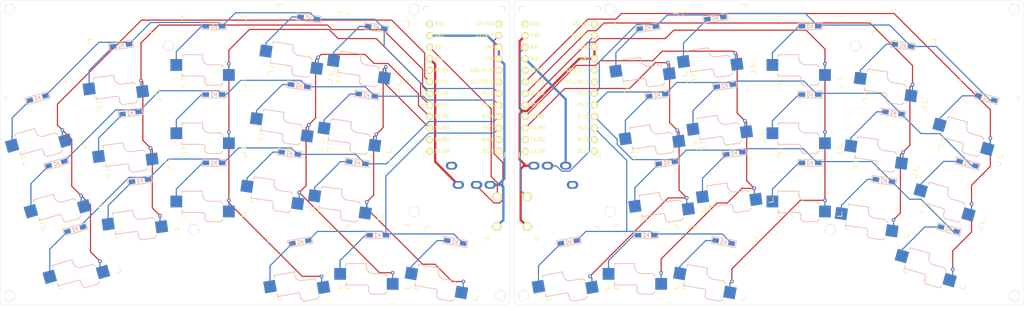
<source format=kicad_pcb>
(kicad_pcb (version 20171130) (host pcbnew "(5.1.9)-1")
  (layers (0 F.Cu signal) (31 B.Cu signal) (34 B.Paste user) (35 F.Paste user) (36 B.SilkS user) (37 F.SilkS user) (38 B.Mask user) (39 F.Mask user) (44 Edge.Cuts user))
  (net 0 "")
  (net 1 ROW1)
  (net 2 "Net-(D1-Pad2)")
  (net 3 "Net-(D2-Pad2)")
  (net 4 "Net-(D3-Pad2)")
  (net 5 "Net-(D4-Pad2)")
  (net 6 "Net-(D5-Pad2)")
  (net 7 "Net-(D6-Pad2)")
  (net 8 ROW2)
  (net 9 "Net-(D7-Pad2)")
  (net 10 "Net-(D8-Pad2)")
  (net 11 "Net-(D9-Pad2)")
  (net 12 "Net-(D10-Pad2)")
  (net 13 "Net-(D11-Pad2)")
  (net 14 ROW3)
  (net 15 "Net-(D12-Pad2)")
  (net 16 "Net-(D13-Pad2)")
  (net 17 "Net-(D14-Pad2)")
  (net 18 "Net-(D15-Pad2)")
  (net 19 ROW4)
  (net 20 "Net-(D16-Pad2)")
  (net 21 "Net-(D17-Pad2)")
  (net 22 "Net-(D18-Pad2)")
  (net 23 ROW1R)
  (net 24 "Net-(D19-Pad2)")
  (net 25 "Net-(D20-Pad2)")
  (net 26 "Net-(D21-Pad2)")
  (net 27 "Net-(D22-Pad2)")
  (net 28 "Net-(D23-Pad2)")
  (net 29 "Net-(D24-Pad2)")
  (net 30 ROW2R)
  (net 31 "Net-(D25-Pad2)")
  (net 32 "Net-(D26-Pad2)")
  (net 33 "Net-(D27-Pad2)")
  (net 34 "Net-(D28-Pad2)")
  (net 35 "Net-(D29-Pad2)")
  (net 36 ROW3R)
  (net 37 "Net-(D30-Pad2)")
  (net 38 "Net-(D31-Pad2)")
  (net 39 "Net-(D32-Pad2)")
  (net 40 "Net-(D33-Pad2)")
  (net 41 ROW4R)
  (net 42 "Net-(D34-Pad2)")
  (net 43 "Net-(D35-Pad2)")
  (net 44 "Net-(D36-Pad2)")
  (net 45 VCC)
  (net 46 "Net-(J1-PadA)")
  (net 47 GND)
  (net 48 DATA)
  (net 49 "Net-(J2-PadA)")
  (net 50 VDD)
  (net 51 DATAR)
  (net 52 GND1)
  (net 53 COL1)
  (net 54 COL2)
  (net 55 COL3)
  (net 56 COL4)
  (net 57 COL5)
  (net 58 COL5R)
  (net 59 COL4R)
  (net 60 COL3R)
  (net 61 COL2R)
  (net 62 COL1R)
  (net 63 RESET)
  (net 64 RESETR)
  (net 65 "Net-(U1-Pad1)")
  (net 66 "Net-(U1-Pad5)")
  (net 67 "Net-(U1-Pad6)")
  (net 68 "Net-(U1-Pad11)")
  (net 69 "Net-(U1-Pad12)")
  (net 70 "Net-(U1-Pad13)")
  (net 71 "Net-(U1-Pad14)")
  (net 72 "Net-(U1-Pad20)")
  (net 73 "Net-(U1-Pad24)")
  (net 74 "Net-(U2-Pad24)")
  (net 75 "Net-(U2-Pad20)")
  (net 76 "Net-(U2-Pad14)")
  (net 77 "Net-(U2-Pad13)")
  (net 78 "Net-(U2-Pad12)")
  (net 79 "Net-(U2-Pad11)")
  (net 80 "Net-(U2-Pad6)")
  (net 81 "Net-(U2-Pad5)")
  (net 82 "Net-(U2-Pad1)")
  (module kbd:MJ-4PP-9_1side (layer F.Cu) (at 151 88.5 270)
    (fp_text reference J1)
    (fp_text value MJ-4PP-9 hide)
    (pad A thru_hole oval (at -2.1 11.8 270) (size 1.7 2.5) (drill oval 1 1.5) (layers *.Cu B.Mask) (net 46 "Net-(J1-PadA)") (clearance 0.15))
    (pad D thru_hole oval (at 2.1 10.3 270) (size 1.7 2.5) (drill oval 1 1.5) (layers *.Cu B.Mask) (net 45 VCC) (clearance 0.15))
    (pad C thru_hole oval (at 2.1 6.3 270) (size 1.7 2.5) (drill oval 1 1.5) (layers *.Cu B.Mask) (net 48 DATA))
    (pad B thru_hole oval (at 2.1 3.3 270) (size 1.7 2.5) (drill oval 1 1.5) (layers *.Cu B.Mask) (net 47 GND))
    (pad "" np_thru_hole circle (at 0 8.5 270) (size 1.2 1.2) (drill 1.2) (layers *.Cu *.Mask))
    (pad "" np_thru_hole circle (at 0 1.5 270) (size 1.2 1.2) (drill 1.2) (layers *.Cu *.Mask))
  )
  (module kbd:MJ-4PP-9_1side (layer F.Cu) (at 154 88.5 90)
    (fp_text reference J2)
    (fp_text value MJ-4PP-9 hide)
    (pad A thru_hole oval (at -2.1 11.8 90) (size 1.7 2.5) (drill oval 1 1.5) (layers *.Cu B.Mask) (net 49 "Net-(J2-PadA)") (clearance 0.15))
    (pad D thru_hole oval (at 2.1 10.3 90) (size 1.7 2.5) (drill oval 1 1.5) (layers *.Cu B.Mask) (net 50 VDD) (clearance 0.15))
    (pad C thru_hole oval (at 2.1 6.3 90) (size 1.7 2.5) (drill oval 1 1.5) (layers *.Cu B.Mask) (net 51 DATAR))
    (pad B thru_hole oval (at 2.1 3.3 90) (size 1.7 2.5) (drill oval 1 1.5) (layers *.Cu B.Mask) (net 52 GND1))
    (pad "" np_thru_hole circle (at 0 8.5 90) (size 1.2 1.2) (drill 1.2) (layers *.Cu *.Mask))
    (pad "" np_thru_hole circle (at 0 1.5 90) (size 1.2 1.2) (drill 1.2) (layers *.Cu *.Mask))
  )
  (module kbd:ResetSW (layer F.Cu) (at 155.85 96.5 90)
    (fp_text reference SWRST2 hide)
    (fp_text value SW_PUSH)
    (pad 1 thru_hole circle (at 3.25 0 90) (size 2 2) (drill 1.3) (layers *.Cu *.Mask F.SilkS) (net 64 RESETR))
    (pad 2 thru_hole circle (at -3.25 0 90) (size 2 2) (drill 1.3) (layers *.Cu *.Mask F.SilkS) (net 52 GND1))
  )
  (module kbd:ResetSW (layer F.Cu) (at 149.15 96.5 90)
    (fp_text reference SWRST1 hide)
    (fp_text value SW_PUSH)
    (pad 2 thru_hole circle (at -3.25 0 90) (size 2 2) (drill 1.3) (layers *.Cu *.Mask F.SilkS) (net 47 GND))
    (pad 1 thru_hole circle (at 3.25 0 90) (size 2 2) (drill 1.3) (layers *.Cu *.Mask F.SilkS) (net 63 RESET))
  )
  (module kbd:ProMicro_v3.5 (layer F.Cu) (at 163 69.75)
    (fp_text reference U2 hide)
    (fp_text value ProMicro hide)
    (fp_text user "" (at -1.2515 -16.256) (layer B.SilkS) (effects (justify mirror)))
    (fp_text user "" (at -0.545 -17.4) (layer F.SilkS))
    (fp_text user RAW (at -5.5 -14.53175 unlocked) (layer F.SilkS) (effects (font (size 0.75 0.67) (thickness 0.125))))
    (fp_text user GND (at -5.484048 -11.99175 unlocked) (layer F.SilkS) (effects (font (size 0.75 0.67) (thickness 0.125))))
    (fp_text user RST (at -5.595715 -9.45175 unlocked) (layer F.SilkS) (effects (font (size 0.75 0.67) (thickness 0.125))))
    (fp_text user VCC (at -5.547857 -6.91175 unlocked) (layer F.SilkS) (effects (font (size 0.75 0.67) (thickness 0.125))))
    (fp_text user A3/F4 (at -4.941667 -4.37175 unlocked) (layer F.SilkS) (effects (font (size 0.75 0.67) (thickness 0.125))))
    (fp_text user A2/F5 (at -4.941667 -1.83175 unlocked) (layer F.SilkS) (effects (font (size 0.75 0.67) (thickness 0.125))))
    (fp_text user A1/F6 (at -4.941667 0.70825 unlocked) (layer F.SilkS) (effects (font (size 0.75 0.67) (thickness 0.125))))
    (fp_text user A0/F7 (at -4.941667 3.24825 unlocked) (layer F.SilkS) (effects (font (size 0.75 0.67) (thickness 0.125))))
    (fp_text user 15/B1 (at -4.861905 5.78825 unlocked) (layer F.SilkS) (effects (font (size 0.75 0.67) (thickness 0.125))))
    (fp_text user 14/B3 (at -4.861905 8.32825 unlocked) (layer F.SilkS) (effects (font (size 0.75 0.67) (thickness 0.125))))
    (fp_text user 10/B6 (at -4.861905 13.40825 unlocked) (layer F.SilkS) (effects (font (size 0.75 0.67) (thickness 0.125))))
    (fp_text user 16/B2 (at -4.861905 10.86825 unlocked) (layer F.SilkS) (effects (font (size 0.75 0.67) (thickness 0.125))))
    (fp_text user E6/7 (at 5.22881 8.32825 unlocked) (layer F.SilkS) (effects (font (size 0.75 0.67) (thickness 0.125))))
    (fp_text user D7/6 (at 5.196905 5.78825 unlocked) (layer F.SilkS) (effects (font (size 0.75 0.67) (thickness 0.125))))
    (fp_text user GND (at 5.5 -9.45175 unlocked) (layer F.SilkS) (effects (font (size 0.75 0.67) (thickness 0.125))))
    (fp_text user GND (at 5.5 -6.91175 unlocked) (layer F.SilkS) (effects (font (size 0.75 0.67) (thickness 0.125))))
    (fp_text user D3/TX0 (at 4.622619 -14.53175 unlocked) (layer F.SilkS) (effects (font (size 0.75 0.67) (thickness 0.125))))
    (fp_text user D4/4 (at 5.196905 0.70825 unlocked) (layer F.SilkS) (effects (font (size 0.75 0.67) (thickness 0.125))))
    (fp_text user SDA/D1/2 (at 3.904762 -4.37175 unlocked) (layer F.SilkS) (effects (font (size 0.75 0.67) (thickness 0.125))))
    (fp_text user SCL/D0/3 (at 3.920715 -1.83175 unlocked) (layer F.SilkS) (effects (font (size 0.75 0.67) (thickness 0.125))))
    (fp_text user C6/5 (at 5.196905 3.24825 unlocked) (layer F.SilkS) (effects (font (size 0.75 0.67) (thickness 0.125))))
    (fp_text user B5/9 (at 5.196905 13.40825 unlocked) (layer F.SilkS) (effects (font (size 0.75 0.67) (thickness 0.125))))
    (fp_text user D2/RX1 (at 4.542858 -11.99175 unlocked) (layer F.SilkS) (effects (font (size 0.75 0.67) (thickness 0.125))))
    (fp_text user B4/8 (at 5.196905 10.86825 unlocked) (layer F.SilkS) (effects (font (size 0.75 0.67) (thickness 0.125))))
    (pad 24 thru_hole circle (at -7.6086 -14.478) (size 1.524 1.524) (drill 0.8128) (layers *.Cu F.SilkS B.Mask) (net 74 "Net-(U2-Pad24)"))
    (pad 23 thru_hole circle (at -7.6086 -11.938) (size 1.524 1.524) (drill 0.8128) (layers *.Cu F.SilkS B.Mask) (net 52 GND1))
    (pad 22 thru_hole circle (at -7.6086 -9.398) (size 1.524 1.524) (drill 0.8128) (layers *.Cu F.SilkS B.Mask) (net 64 RESETR))
    (pad 21 thru_hole circle (at -7.6086 -6.858) (size 1.524 1.524) (drill 0.8128) (layers *.Cu F.SilkS B.Mask) (net 50 VDD))
    (pad 20 thru_hole circle (at -7.6086 -4.318) (size 1.524 1.524) (drill 0.8128) (layers *.Cu F.SilkS B.Mask) (net 75 "Net-(U2-Pad20)"))
    (pad 19 thru_hole circle (at -7.6086 -1.778) (size 1.524 1.524) (drill 0.8128) (layers *.Cu F.SilkS B.Mask) (net 58 COL5R))
    (pad 18 thru_hole circle (at -7.6086 0.762) (size 1.524 1.524) (drill 0.8128) (layers *.Cu F.SilkS B.Mask) (net 59 COL4R))
    (pad 17 thru_hole circle (at -7.6086 3.302) (size 1.524 1.524) (drill 0.8128) (layers *.Cu F.SilkS B.Mask) (net 60 COL3R))
    (pad 16 thru_hole circle (at -7.6086 5.842) (size 1.524 1.524) (drill 0.8128) (layers *.Cu F.SilkS B.Mask) (net 61 COL2R))
    (pad 15 thru_hole circle (at -7.6086 8.382) (size 1.524 1.524) (drill 0.8128) (layers *.Cu F.SilkS B.Mask) (net 62 COL1R))
    (pad 14 thru_hole circle (at -7.6086 10.922) (size 1.524 1.524) (drill 0.8128) (layers *.Cu F.SilkS B.Mask) (net 76 "Net-(U2-Pad14)"))
    (pad 13 thru_hole circle (at -7.6086 13.462) (size 1.524 1.524) (drill 0.8128) (layers *.Cu F.SilkS B.Mask) (net 77 "Net-(U2-Pad13)"))
    (pad 12 thru_hole circle (at 7.6114 13.462) (size 1.524 1.524) (drill 0.8128) (layers *.Cu F.SilkS B.Mask) (net 78 "Net-(U2-Pad12)"))
    (pad 11 thru_hole circle (at 7.6114 10.922) (size 1.524 1.524) (drill 0.8128) (layers *.Cu F.SilkS B.Mask) (net 79 "Net-(U2-Pad11)"))
    (pad 10 thru_hole circle (at 7.6114 8.382) (size 1.524 1.524) (drill 0.8128) (layers *.Cu F.SilkS B.Mask) (net 41 ROW4R))
    (pad 9 thru_hole circle (at 7.6114 5.842) (size 1.524 1.524) (drill 0.8128) (layers *.Cu F.SilkS B.Mask) (net 36 ROW3R))
    (pad 8 thru_hole circle (at 7.6114 3.302) (size 1.524 1.524) (drill 0.8128) (layers *.Cu F.SilkS B.Mask) (net 30 ROW2R))
    (pad 7 thru_hole circle (at 7.6114 0.762) (size 1.524 1.524) (drill 0.8128) (layers *.Cu F.SilkS B.Mask) (net 23 ROW1R))
    (pad 6 thru_hole circle (at 7.6114 -1.778) (size 1.524 1.524) (drill 0.8128) (layers *.Cu F.SilkS B.Mask) (net 80 "Net-(U2-Pad6)"))
    (pad 5 thru_hole circle (at 7.6114 -4.318) (size 1.524 1.524) (drill 0.8128) (layers *.Cu F.SilkS B.Mask) (net 81 "Net-(U2-Pad5)"))
    (pad 4 thru_hole circle (at 7.6114 -6.858) (size 1.524 1.524) (drill 0.8128) (layers *.Cu F.SilkS B.Mask) (net 52 GND1))
    (pad 3 thru_hole circle (at 7.6114 -9.398) (size 1.524 1.524) (drill 0.8128) (layers *.Cu F.SilkS B.Mask) (net 52 GND1))
    (pad 2 thru_hole circle (at 7.6114 -11.938) (size 1.524 1.524) (drill 0.8128) (layers *.Cu F.SilkS B.Mask) (net 51 DATAR))
    (pad 1 thru_hole circle (at 7.6114 -14.478) (size 1.524 1.524) (drill 0.8128) (layers *.Cu F.SilkS B.Mask) (net 82 "Net-(U2-Pad1)"))
  )
  (module kbd:ProMicro_v3.5 (layer F.Cu) (at 142 69.75)
    (fp_text reference U1 hide)
    (fp_text value ProMicro hide)
    (fp_text user "" (at -1.2515 -16.256) (layer B.SilkS) (effects (justify mirror)))
    (fp_text user "" (at -0.545 -17.4) (layer F.SilkS))
    (fp_text user RAW (at -5.5 -14.53175 unlocked) (layer F.SilkS) (effects (font (size 0.75 0.67) (thickness 0.125))))
    (fp_text user GND (at -5.484048 -11.99175 unlocked) (layer F.SilkS) (effects (font (size 0.75 0.67) (thickness 0.125))))
    (fp_text user RST (at -5.595715 -9.45175 unlocked) (layer F.SilkS) (effects (font (size 0.75 0.67) (thickness 0.125))))
    (fp_text user VCC (at -5.547857 -6.91175 unlocked) (layer F.SilkS) (effects (font (size 0.75 0.67) (thickness 0.125))))
    (fp_text user A3/F4 (at -4.941667 -4.37175 unlocked) (layer F.SilkS) (effects (font (size 0.75 0.67) (thickness 0.125))))
    (fp_text user A2/F5 (at -4.941667 -1.83175 unlocked) (layer F.SilkS) (effects (font (size 0.75 0.67) (thickness 0.125))))
    (fp_text user A1/F6 (at -4.941667 0.70825 unlocked) (layer F.SilkS) (effects (font (size 0.75 0.67) (thickness 0.125))))
    (fp_text user A0/F7 (at -4.941667 3.24825 unlocked) (layer F.SilkS) (effects (font (size 0.75 0.67) (thickness 0.125))))
    (fp_text user 15/B1 (at -4.861905 5.78825 unlocked) (layer F.SilkS) (effects (font (size 0.75 0.67) (thickness 0.125))))
    (fp_text user 14/B3 (at -4.861905 8.32825 unlocked) (layer F.SilkS) (effects (font (size 0.75 0.67) (thickness 0.125))))
    (fp_text user 10/B6 (at -4.861905 13.40825 unlocked) (layer F.SilkS) (effects (font (size 0.75 0.67) (thickness 0.125))))
    (fp_text user 16/B2 (at -4.861905 10.86825 unlocked) (layer F.SilkS) (effects (font (size 0.75 0.67) (thickness 0.125))))
    (fp_text user E6/7 (at 5.22881 8.32825 unlocked) (layer F.SilkS) (effects (font (size 0.75 0.67) (thickness 0.125))))
    (fp_text user D7/6 (at 5.196905 5.78825 unlocked) (layer F.SilkS) (effects (font (size 0.75 0.67) (thickness 0.125))))
    (fp_text user GND (at 5.5 -9.45175 unlocked) (layer F.SilkS) (effects (font (size 0.75 0.67) (thickness 0.125))))
    (fp_text user GND (at 5.5 -6.91175 unlocked) (layer F.SilkS) (effects (font (size 0.75 0.67) (thickness 0.125))))
    (fp_text user D3/TX0 (at 4.622619 -14.53175 unlocked) (layer F.SilkS) (effects (font (size 0.75 0.67) (thickness 0.125))))
    (fp_text user D4/4 (at 5.196905 0.70825 unlocked) (layer F.SilkS) (effects (font (size 0.75 0.67) (thickness 0.125))))
    (fp_text user SDA/D1/2 (at 3.904762 -4.37175 unlocked) (layer F.SilkS) (effects (font (size 0.75 0.67) (thickness 0.125))))
    (fp_text user SCL/D0/3 (at 3.920715 -1.83175 unlocked) (layer F.SilkS) (effects (font (size 0.75 0.67) (thickness 0.125))))
    (fp_text user C6/5 (at 5.196905 3.24825 unlocked) (layer F.SilkS) (effects (font (size 0.75 0.67) (thickness 0.125))))
    (fp_text user B5/9 (at 5.196905 13.40825 unlocked) (layer F.SilkS) (effects (font (size 0.75 0.67) (thickness 0.125))))
    (fp_text user D2/RX1 (at 4.542858 -11.99175 unlocked) (layer F.SilkS) (effects (font (size 0.75 0.67) (thickness 0.125))))
    (fp_text user B4/8 (at 5.196905 10.86825 unlocked) (layer F.SilkS) (effects (font (size 0.75 0.67) (thickness 0.125))))
    (pad 24 thru_hole circle (at -7.6086 -14.478) (size 1.524 1.524) (drill 0.8128) (layers *.Cu F.SilkS B.Mask) (net 73 "Net-(U1-Pad24)"))
    (pad 23 thru_hole circle (at -7.6086 -11.938) (size 1.524 1.524) (drill 0.8128) (layers *.Cu F.SilkS B.Mask) (net 47 GND))
    (pad 22 thru_hole circle (at -7.6086 -9.398) (size 1.524 1.524) (drill 0.8128) (layers *.Cu F.SilkS B.Mask) (net 63 RESET))
    (pad 21 thru_hole circle (at -7.6086 -6.858) (size 1.524 1.524) (drill 0.8128) (layers *.Cu F.SilkS B.Mask) (net 45 VCC))
    (pad 20 thru_hole circle (at -7.6086 -4.318) (size 1.524 1.524) (drill 0.8128) (layers *.Cu F.SilkS B.Mask) (net 72 "Net-(U1-Pad20)"))
    (pad 19 thru_hole circle (at -7.6086 -1.778) (size 1.524 1.524) (drill 0.8128) (layers *.Cu F.SilkS B.Mask) (net 53 COL1))
    (pad 18 thru_hole circle (at -7.6086 0.762) (size 1.524 1.524) (drill 0.8128) (layers *.Cu F.SilkS B.Mask) (net 54 COL2))
    (pad 17 thru_hole circle (at -7.6086 3.302) (size 1.524 1.524) (drill 0.8128) (layers *.Cu F.SilkS B.Mask) (net 55 COL3))
    (pad 16 thru_hole circle (at -7.6086 5.842) (size 1.524 1.524) (drill 0.8128) (layers *.Cu F.SilkS B.Mask) (net 56 COL4))
    (pad 15 thru_hole circle (at -7.6086 8.382) (size 1.524 1.524) (drill 0.8128) (layers *.Cu F.SilkS B.Mask) (net 57 COL5))
    (pad 14 thru_hole circle (at -7.6086 10.922) (size 1.524 1.524) (drill 0.8128) (layers *.Cu F.SilkS B.Mask) (net 71 "Net-(U1-Pad14)"))
    (pad 13 thru_hole circle (at -7.6086 13.462) (size 1.524 1.524) (drill 0.8128) (layers *.Cu F.SilkS B.Mask) (net 70 "Net-(U1-Pad13)"))
    (pad 12 thru_hole circle (at 7.6114 13.462) (size 1.524 1.524) (drill 0.8128) (layers *.Cu F.SilkS B.Mask) (net 69 "Net-(U1-Pad12)"))
    (pad 11 thru_hole circle (at 7.6114 10.922) (size 1.524 1.524) (drill 0.8128) (layers *.Cu F.SilkS B.Mask) (net 68 "Net-(U1-Pad11)"))
    (pad 10 thru_hole circle (at 7.6114 8.382) (size 1.524 1.524) (drill 0.8128) (layers *.Cu F.SilkS B.Mask) (net 19 ROW4))
    (pad 9 thru_hole circle (at 7.6114 5.842) (size 1.524 1.524) (drill 0.8128) (layers *.Cu F.SilkS B.Mask) (net 14 ROW3))
    (pad 8 thru_hole circle (at 7.6114 3.302) (size 1.524 1.524) (drill 0.8128) (layers *.Cu F.SilkS B.Mask) (net 8 ROW2))
    (pad 7 thru_hole circle (at 7.6114 0.762) (size 1.524 1.524) (drill 0.8128) (layers *.Cu F.SilkS B.Mask) (net 1 ROW1))
    (pad 6 thru_hole circle (at 7.6114 -1.778) (size 1.524 1.524) (drill 0.8128) (layers *.Cu F.SilkS B.Mask) (net 67 "Net-(U1-Pad6)"))
    (pad 5 thru_hole circle (at 7.6114 -4.318) (size 1.524 1.524) (drill 0.8128) (layers *.Cu F.SilkS B.Mask) (net 66 "Net-(U1-Pad5)"))
    (pad 4 thru_hole circle (at 7.6114 -6.858) (size 1.524 1.524) (drill 0.8128) (layers *.Cu F.SilkS B.Mask) (net 47 GND))
    (pad 3 thru_hole circle (at 7.6114 -9.398) (size 1.524 1.524) (drill 0.8128) (layers *.Cu F.SilkS B.Mask) (net 47 GND))
    (pad 2 thru_hole circle (at 7.6114 -11.938) (size 1.524 1.524) (drill 0.8128) (layers *.Cu F.SilkS B.Mask) (net 48 DATA))
    (pad 1 thru_hole circle (at 7.6114 -14.478) (size 1.524 1.524) (drill 0.8128) (layers *.Cu F.SilkS B.Mask) (net 65 "Net-(U1-Pad1)"))
  )
  (module kbd:M2_Threads_v2 (layer F.Cu) (at 263 52)
    (fp_text reference Ref** hide)
    (fp_text value Val** hide)
    (pad "" thru_hole circle (at 0 0) (size 2.3 2.3) (drill 2.3) (layers *.Cu *.Mask))
  )
  (module kbd:M2_Threads_v2 (layer F.Cu) (at 263 115)
    (fp_text reference Ref** hide)
    (fp_text value Val** hide)
    (pad "" thru_hole circle (at 0 0) (size 2.3 2.3) (drill 2.3) (layers *.Cu *.Mask))
  )
  (module kbd:M2_Threads_v2 (layer F.Cu) (at 155 115)
    (fp_text reference Ref** hide)
    (fp_text value Val** hide)
    (pad "" thru_hole circle (at 0 0) (size 2.3 2.3) (drill 2.3) (layers *.Cu *.Mask))
  )
  (module kbd:M2_Threads_v2 (layer F.Cu) (at 222.5 100.5)
    (fp_text reference Ref** hide)
    (fp_text value Val** hide)
    (pad "" thru_hole circle (at 0 0) (size 2.3 2.3) (drill 2.3) (layers *.Cu *.Mask))
  )
  (module kbd:M2_Threads_v2 (layer F.Cu) (at 174 96.5)
    (fp_text reference Ref** hide)
    (fp_text value Val** hide)
    (pad "" thru_hole circle (at 0 0) (size 2.3 2.3) (drill 2.3) (layers *.Cu *.Mask))
  )
  (module kbd:M2_Threads_v2 (layer F.Cu) (at 228 60)
    (fp_text reference Ref** hide)
    (fp_text value Val** hide)
    (pad "" thru_hole circle (at 0 0) (size 2.3 2.3) (drill 2.3) (layers *.Cu *.Mask))
  )
  (module kbd:M2_Threads_v2 (layer F.Cu) (at 174 52)
    (fp_text reference Ref** hide)
    (fp_text value Val** hide)
    (pad "" thru_hole circle (at 0 0) (size 2.3 2.3) (drill 2.3) (layers *.Cu *.Mask))
  )
  (module kbd:M2_Threads_v2 (layer F.Cu) (at 77 60)
    (fp_text reference Ref** hide)
    (fp_text value Val** hide)
    (pad "" thru_hole circle (at 0 0) (size 2.3 2.3) (drill 2.3) (layers *.Cu *.Mask))
  )
  (module kbd:M2_Threads_v2 (layer F.Cu) (at 131 96.5)
    (fp_text reference Ref** hide)
    (fp_text value Val** hide)
    (pad "" thru_hole circle (at 0 0) (size 2.3 2.3) (drill 2.3) (layers *.Cu *.Mask))
  )
  (module kbd:M2_Threads_v2 (layer F.Cu) (at 82.5 100.5)
    (fp_text reference Ref** hide)
    (fp_text value Val** hide)
    (pad "" thru_hole circle (at 0 0) (size 2.3 2.3) (drill 2.3) (layers *.Cu *.Mask))
  )
  (module kbd:M2_Threads_v2 (layer F.Cu) (at 131 52)
    (fp_text reference Ref** hide)
    (fp_text value Val** hide)
    (pad "" thru_hole circle (at 0 0) (size 2.3 2.3) (drill 2.3) (layers *.Cu *.Mask))
  )
  (module kbd:M2_Threads_v2 (layer F.Cu) (at 42 52)
    (fp_text reference Ref** hide)
    (fp_text value Val** hide)
    (pad "" thru_hole circle (at 0 0) (size 2.3 2.3) (drill 2.3) (layers *.Cu *.Mask))
  )
  (module kbd:M2_Threads_v2 (layer F.Cu) (at 42 115)
    (fp_text reference Ref** hide)
    (fp_text value Val** hide)
    (pad "" thru_hole circle (at 0 0) (size 2.3 2.3) (drill 2.3) (layers *.Cu *.Mask))
  )
  (module kbd:M2_Threads_v2 (layer F.Cu) (at 150 115)
    (fp_text reference Ref** hide)
    (fp_text value Val** hide)
    (pad "" thru_hole circle (at 0 0) (size 2.3 2.3) (drill 2.3) (layers *.Cu *.Mask))
  )
  (module keyswitches:Kailh_socket_PG1350 (layer F.Cu) (at 87 90.5)
    (fp_text reference SW13 hide)
    (fp_text value SW_PUSH)
    (pad "" np_thru_hole circle (at 5.22 -4.2) (size 0.9906 0.9906) (drill 0.9906) (layers *.Cu *.Mask))
    (pad 2 smd rect (at -8.275 3.75) (size 2.6 2.6) (layers B.Cu B.Paste B.Mask) (net 16 "Net-(D13-Pad2)"))
    (pad "" np_thru_hole circle (at 0 5.95) (size 3 3) (drill 3) (layers *.Cu *.Mask))
    (pad "" np_thru_hole circle (at 0 0) (size 3.429 3.429) (drill 3.429) (layers *.Cu *.Mask))
    (pad "" np_thru_hole circle (at -5 3.75) (size 3 3) (drill 3) (layers *.Cu *.Mask))
    (pad 1 smd rect (at 3.275 5.95) (size 2.6 2.6) (layers B.Cu B.Paste B.Mask) (net 55 COL3))
    (pad "" np_thru_hole circle (at -5.5 0) (size 1.7018 1.7018) (drill 1.7018) (layers *.Cu *.Mask))
    (pad 1 thru_hole circle (at 3.275 3.5) (size 0.8 0.8) (drill 0.4) (layers *.Cu *.Mask) (net 55 COL3))
  )
  (module keyswitches:Kailh_socket_PG1350 (layer F.Cu) (at 71.413885 94.354021 8)
    (fp_text reference SW12 hide)
    (fp_text value SW_PUSH)
    (pad "" np_thru_hole circle (at 5.22 -4.2 8) (size 0.9906 0.9906) (drill 0.9906) (layers *.Cu *.Mask))
    (pad 2 smd rect (at -8.275 3.75 8) (size 2.6 2.6) (layers B.Cu B.Paste B.Mask) (net 15 "Net-(D12-Pad2)"))
    (pad "" np_thru_hole circle (at 0 5.95 8) (size 3 3) (drill 3) (layers *.Cu *.Mask))
    (pad "" np_thru_hole circle (at 0 0 8) (size 3.429 3.429) (drill 3.429) (layers *.Cu *.Mask))
    (pad "" np_thru_hole circle (at -5 3.75 8) (size 3 3) (drill 3) (layers *.Cu *.Mask))
    (pad 1 smd rect (at 3.275 5.95 8) (size 2.6 2.6) (layers B.Cu B.Paste B.Mask) (net 54 COL2))
    (pad "" np_thru_hole circle (at -5.5 0 8) (size 1.7018 1.7018) (drill 1.7018) (layers *.Cu *.Mask))
    (pad 1 thru_hole circle (at 3.275 3.5 8) (size 0.8 0.8) (drill 0.4) (layers *.Cu *.Mask) (net 54 COL2))
  )
  (module kbd:D3_SMD_v2 (layer B.Cu) (at 256.749499 71.51508 164)
    (fp_text reference D19 hide)
    (fp_text value D hide)
    (pad 2 smd rect (at 1.775 0 164) (size 1.4 1) (layers B.Cu B.Paste B.Mask) (net 24 "Net-(D19-Pad2)"))
    (pad 1 smd rect (at -1.775 0 164) (size 1.4 1) (layers B.Cu B.Paste B.Mask) (net 23 ROW1R))
  )
  (module kbd:D3_SMD_v2 (layer B.Cu) (at 56.519621 100.352931 196)
    (fp_text reference D11 hide)
    (fp_text value D hide)
    (pad 2 smd rect (at 1.775 0 196) (size 1.4 1) (layers B.Cu B.Paste B.Mask) (net 13 "Net-(D11-Pad2)"))
    (pad 1 smd rect (at -1.775 0 196) (size 1.4 1) (layers B.Cu B.Paste B.Mask) (net 14 ROW3))
  )
  (module keyswitches:Kailh_socket_PG1350 (layer F.Cu) (at 102.970809 88.354021 352)
    (fp_text reference SW14 hide)
    (fp_text value SW_PUSH)
    (pad "" np_thru_hole circle (at 5.22 -4.2 352) (size 0.9906 0.9906) (drill 0.9906) (layers *.Cu *.Mask))
    (pad 2 smd rect (at -8.275 3.75 352) (size 2.6 2.6) (layers B.Cu B.Paste B.Mask) (net 17 "Net-(D14-Pad2)"))
    (pad "" np_thru_hole circle (at 0 5.95 352) (size 3 3) (drill 3) (layers *.Cu *.Mask))
    (pad "" np_thru_hole circle (at 0 0 352) (size 3.429 3.429) (drill 3.429) (layers *.Cu *.Mask))
    (pad "" np_thru_hole circle (at -5 3.75 352) (size 3 3) (drill 3) (layers *.Cu *.Mask))
    (pad 1 smd rect (at 3.275 5.95 352) (size 2.6 2.6) (layers B.Cu B.Paste B.Mask) (net 56 COL4))
    (pad "" np_thru_hole circle (at 5.5 0 352) (size 1.7018 1.7018) (drill 1.7018) (layers *.Cu *.Mask))
    (pad "" np_thru_hole circle (at -5.5 0 352) (size 1.7018 1.7018) (drill 1.7018) (layers *.Cu *.Mask))
    (pad 1 thru_hole circle (at 3.275 3.5 352) (size 0.8 0.8) (drill 0.4) (layers *.Cu *.Mask) (net 56 COL4))
  )
  (module kbd:D3_SMD_v2 (layer B.Cu) (at 199.280522 68.796227 188)
    (fp_text reference D27 hide)
    (fp_text value D hide)
    (pad 2 smd rect (at 1.775 0 188) (size 1.4 1) (layers B.Cu B.Paste B.Mask) (net 33 "Net-(D27-Pad2)"))
    (pad 1 smd rect (at -1.775 0 188) (size 1.4 1) (layers B.Cu B.Paste B.Mask) (net 30 ROW2R))
  )
  (module kbd:D3_SMD_v2 (layer B.Cu) (at 48.2505 71.51508 196)
    (fp_text reference D1 hide)
    (fp_text value D hide)
    (pad 2 smd rect (at 1.775 0 196) (size 1.4 1) (layers B.Cu B.Paste B.Mask) (net 2 "Net-(D1-Pad2)"))
    (pad 1 smd rect (at -1.775 0 196) (size 1.4 1) (layers B.Cu B.Paste B.Mask) (net 1 ROW1))
  )
  (module kbd:D3_SMD_v2 (layer B.Cu) (at 66.577619 59.942205 188)
    (fp_text reference D2 hide)
    (fp_text value D hide)
    (pad 2 smd rect (at 1.775 0 188) (size 1.4 1) (layers B.Cu B.Paste B.Mask) (net 3 "Net-(D2-Pad2)"))
    (pad 1 smd rect (at -1.775 0 188) (size 1.4 1) (layers B.Cu B.Paste B.Mask) (net 1 ROW1))
  )
  (module kbd:D3_SMD_v2 (layer B.Cu) (at 87 55.75 180)
    (fp_text reference D3 hide)
    (fp_text value D hide)
    (pad 2 smd rect (at 1.775 0 180) (size 1.4 1) (layers B.Cu B.Paste B.Mask) (net 4 "Net-(D3-Pad2)"))
    (pad 1 smd rect (at -1.775 0 180) (size 1.4 1) (layers B.Cu B.Paste B.Mask) (net 1 ROW1))
  )
  (module kbd:D3_SMD_v2 (layer B.Cu) (at 107.807074 53.942205 172)
    (fp_text reference D4 hide)
    (fp_text value D hide)
    (pad 2 smd rect (at 1.775 0 172) (size 1.4 1) (layers B.Cu B.Paste B.Mask) (net 5 "Net-(D4-Pad2)"))
    (pad 1 smd rect (at -1.775 0 172) (size 1.4 1) (layers B.Cu B.Paste B.Mask) (net 1 ROW1))
  )
  (module kbd:D3_SMD_v2 (layer B.Cu) (at 122.661095 56.029802 172)
    (fp_text reference D5 hide)
    (fp_text value D hide)
    (pad 2 smd rect (at 1.775 0 172) (size 1.4 1) (layers B.Cu B.Paste B.Mask) (net 6 "Net-(D5-Pad2)"))
    (pad 1 smd rect (at -1.775 0 172) (size 1.4 1) (layers B.Cu B.Paste B.Mask) (net 1 ROW1))
  )
  (module kbd:D3_SMD_v2 (layer B.Cu) (at 52.385061 85.934005 196)
    (fp_text reference D6 hide)
    (fp_text value D hide)
    (pad 2 smd rect (at 1.775 0 196) (size 1.4 1) (layers B.Cu B.Paste B.Mask) (net 7 "Net-(D6-Pad2)"))
    (pad 1 smd rect (at -1.775 0 196) (size 1.4 1) (layers B.Cu B.Paste B.Mask) (net 8 ROW2))
  )
  (module kbd:D3_SMD_v2 (layer B.Cu) (at 68.665215 74.796225 188)
    (fp_text reference D7 hide)
    (fp_text value D hide)
    (pad 2 smd rect (at 1.775 0 188) (size 1.4 1) (layers B.Cu B.Paste B.Mask) (net 9 "Net-(D7-Pad2)"))
    (pad 1 smd rect (at -1.775 0 188) (size 1.4 1) (layers B.Cu B.Paste B.Mask) (net 8 ROW2))
  )
  (module kbd:D3_SMD_v2 (layer B.Cu) (at 87 70.75 180)
    (fp_text reference D8 hide)
    (fp_text value D hide)
    (pad 2 smd rect (at 1.775 0 180) (size 1.4 1) (layers B.Cu B.Paste B.Mask) (net 10 "Net-(D8-Pad2)"))
    (pad 1 smd rect (at -1.775 0 180) (size 1.4 1) (layers B.Cu B.Paste B.Mask) (net 8 ROW2))
  )
  (module kbd:D3_SMD_v2 (layer B.Cu) (at 105.719478 68.796227 172)
    (fp_text reference D9 hide)
    (fp_text value D hide)
    (pad 2 smd rect (at 1.775 0 172) (size 1.4 1) (layers B.Cu B.Paste B.Mask) (net 11 "Net-(D9-Pad2)"))
    (pad 1 smd rect (at -1.775 0 172) (size 1.4 1) (layers B.Cu B.Paste B.Mask) (net 8 ROW2))
  )
  (module kbd:D3_SMD_v2 (layer B.Cu) (at 120.573499 70.883822 172)
    (fp_text reference D10 hide)
    (fp_text value D hide)
    (pad 2 smd rect (at 1.775 0 172) (size 1.4 1) (layers B.Cu B.Paste B.Mask) (net 12 "Net-(D10-Pad2)"))
    (pad 1 smd rect (at -1.775 0 172) (size 1.4 1) (layers B.Cu B.Paste B.Mask) (net 8 ROW2))
  )
  (module kbd:D3_SMD_v2 (layer B.Cu) (at 70.752812 89.650247 188)
    (fp_text reference D12 hide)
    (fp_text value D hide)
    (pad 2 smd rect (at 1.775 0 188) (size 1.4 1) (layers B.Cu B.Paste B.Mask) (net 15 "Net-(D12-Pad2)"))
    (pad 1 smd rect (at -1.775 0 188) (size 1.4 1) (layers B.Cu B.Paste B.Mask) (net 14 ROW3))
  )
  (module kbd:D3_SMD_v2 (layer B.Cu) (at 87 85.75 180)
    (fp_text reference D13 hide)
    (fp_text value D hide)
    (pad 2 smd rect (at 1.775 0 180) (size 1.4 1) (layers B.Cu B.Paste B.Mask) (net 16 "Net-(D13-Pad2)"))
    (pad 1 smd rect (at -1.775 0 180) (size 1.4 1) (layers B.Cu B.Paste B.Mask) (net 14 ROW3))
  )
  (module kbd:D3_SMD_v2 (layer B.Cu) (at 103.631881 83.650247 172)
    (fp_text reference D14 hide)
    (fp_text value D hide)
    (pad 2 smd rect (at 1.775 0 172) (size 1.4 1) (layers B.Cu B.Paste B.Mask) (net 17 "Net-(D14-Pad2)"))
    (pad 1 smd rect (at -1.775 0 172) (size 1.4 1) (layers B.Cu B.Paste B.Mask) (net 14 ROW3))
  )
  (module kbd:D3_SMD_v2 (layer B.Cu) (at 118.485902 85.737843 172)
    (fp_text reference D15 hide)
    (fp_text value D hide)
    (pad 2 smd rect (at 1.775 0 172) (size 1.4 1) (layers B.Cu B.Paste B.Mask) (net 18 "Net-(D15-Pad2)"))
    (pad 1 smd rect (at -1.775 0 172) (size 1.4 1) (layers B.Cu B.Paste B.Mask) (net 14 ROW3))
  )
  (module kbd:D3_SMD_v2 (layer B.Cu) (at 105.986752 103.150892 190)
    (fp_text reference D16 hide)
    (fp_text value D hide)
    (pad 2 smd rect (at 1.775 0 190) (size 1.4 1) (layers B.Cu B.Paste B.Mask) (net 20 "Net-(D16-Pad2)"))
    (pad 1 smd rect (at -1.775 0 190) (size 1.4 1) (layers B.Cu B.Paste B.Mask) (net 19 ROW4))
  )
  (module kbd:D3_SMD_v2 (layer B.Cu) (at 123 101.662426 180)
    (fp_text reference D17 hide)
    (fp_text value D hide)
    (pad 2 smd rect (at 1.775 0 180) (size 1.4 1) (layers B.Cu B.Paste B.Mask) (net 21 "Net-(D17-Pad2)"))
    (pad 1 smd rect (at -1.775 0 180) (size 1.4 1) (layers B.Cu B.Paste B.Mask) (net 19 ROW4))
  )
  (module kbd:D3_SMD_v2 (layer B.Cu) (at 140.013248 103.150892 170)
    (fp_text reference D18 hide)
    (fp_text value D hide)
    (pad 2 smd rect (at 1.775 0 170) (size 1.4 1) (layers B.Cu B.Paste B.Mask) (net 22 "Net-(D18-Pad2)"))
    (pad 1 smd rect (at -1.775 0 170) (size 1.4 1) (layers B.Cu B.Paste B.Mask) (net 19 ROW4))
  )
  (module kbd:D3_SMD_v2 (layer B.Cu) (at 238.42238 59.942205 172)
    (fp_text reference D20 hide)
    (fp_text value D hide)
    (pad 2 smd rect (at 1.775 0 172) (size 1.4 1) (layers B.Cu B.Paste B.Mask) (net 25 "Net-(D20-Pad2)"))
    (pad 1 smd rect (at -1.775 0 172) (size 1.4 1) (layers B.Cu B.Paste B.Mask) (net 23 ROW1R))
  )
  (module kbd:D3_SMD_v2 (layer B.Cu) (at 218 55.75 180)
    (fp_text reference D21 hide)
    (fp_text value D hide)
    (pad 2 smd rect (at 1.775 0 180) (size 1.4 1) (layers B.Cu B.Paste B.Mask) (net 26 "Net-(D21-Pad2)"))
    (pad 1 smd rect (at -1.775 0 180) (size 1.4 1) (layers B.Cu B.Paste B.Mask) (net 23 ROW1R))
  )
  (module kbd:D3_SMD_v2 (layer B.Cu) (at 197.192926 53.942205 188)
    (fp_text reference D22 hide)
    (fp_text value D hide)
    (pad 2 smd rect (at 1.775 0 188) (size 1.4 1) (layers B.Cu B.Paste B.Mask) (net 27 "Net-(D22-Pad2)"))
    (pad 1 smd rect (at -1.775 0 188) (size 1.4 1) (layers B.Cu B.Paste B.Mask) (net 23 ROW1R))
  )
  (module kbd:D3_SMD_v2 (layer B.Cu) (at 182.338905 56.029802 188)
    (fp_text reference D23 hide)
    (fp_text value D hide)
    (pad 2 smd rect (at 1.775 0 188) (size 1.4 1) (layers B.Cu B.Paste B.Mask) (net 28 "Net-(D23-Pad2)"))
    (pad 1 smd rect (at -1.775 0 188) (size 1.4 1) (layers B.Cu B.Paste B.Mask) (net 23 ROW1R))
  )
  (module kbd:D3_SMD_v2 (layer B.Cu) (at 252.614938 85.934005 164)
    (fp_text reference D24 hide)
    (fp_text value D hide)
    (pad 2 smd rect (at 1.775 0 164) (size 1.4 1) (layers B.Cu B.Paste B.Mask) (net 29 "Net-(D24-Pad2)"))
    (pad 1 smd rect (at -1.775 0 164) (size 1.4 1) (layers B.Cu B.Paste B.Mask) (net 30 ROW2R))
  )
  (module kbd:D3_SMD_v2 (layer B.Cu) (at 236.334784 74.796225 172)
    (fp_text reference D25 hide)
    (fp_text value D hide)
    (pad 2 smd rect (at 1.775 0 172) (size 1.4 1) (layers B.Cu B.Paste B.Mask) (net 31 "Net-(D25-Pad2)"))
    (pad 1 smd rect (at -1.775 0 172) (size 1.4 1) (layers B.Cu B.Paste B.Mask) (net 30 ROW2R))
  )
  (module kbd:D3_SMD_v2 (layer B.Cu) (at 218 70.75 180)
    (fp_text reference D26 hide)
    (fp_text value D hide)
    (pad 2 smd rect (at 1.775 0 180) (size 1.4 1) (layers B.Cu B.Paste B.Mask) (net 32 "Net-(D26-Pad2)"))
    (pad 1 smd rect (at -1.775 0 180) (size 1.4 1) (layers B.Cu B.Paste B.Mask) (net 30 ROW2R))
  )
  (module kbd:D3_SMD_v2 (layer B.Cu) (at 184.426501 70.883822 188)
    (fp_text reference D28 hide)
    (fp_text value D hide)
    (pad 2 smd rect (at 1.775 0 188) (size 1.4 1) (layers B.Cu B.Paste B.Mask) (net 34 "Net-(D28-Pad2)"))
    (pad 1 smd rect (at -1.775 0 188) (size 1.4 1) (layers B.Cu B.Paste B.Mask) (net 30 ROW2R))
  )
  (module kbd:D3_SMD_v2 (layer B.Cu) (at 248.480378 100.352931 164)
    (fp_text reference D29 hide)
    (fp_text value D hide)
    (pad 2 smd rect (at 1.775 0 164) (size 1.4 1) (layers B.Cu B.Paste B.Mask) (net 35 "Net-(D29-Pad2)"))
    (pad 1 smd rect (at -1.775 0 164) (size 1.4 1) (layers B.Cu B.Paste B.Mask) (net 36 ROW3R))
  )
  (module kbd:D3_SMD_v2 (layer B.Cu) (at 234.247187 89.650247 172)
    (fp_text reference D30 hide)
    (fp_text value D hide)
    (pad 2 smd rect (at 1.775 0 172) (size 1.4 1) (layers B.Cu B.Paste B.Mask) (net 37 "Net-(D30-Pad2)"))
    (pad 1 smd rect (at -1.775 0 172) (size 1.4 1) (layers B.Cu B.Paste B.Mask) (net 36 ROW3R))
  )
  (module kbd:D3_SMD_v2 (layer B.Cu) (at 218 85.75 180)
    (fp_text reference D31 hide)
    (fp_text value D hide)
    (pad 2 smd rect (at 1.775 0 180) (size 1.4 1) (layers B.Cu B.Paste B.Mask) (net 38 "Net-(D31-Pad2)"))
    (pad 1 smd rect (at -1.775 0 180) (size 1.4 1) (layers B.Cu B.Paste B.Mask) (net 36 ROW3R))
  )
  (module kbd:D3_SMD_v2 (layer B.Cu) (at 201.368119 83.650247 188)
    (fp_text reference D32 hide)
    (fp_text value D hide)
    (pad 2 smd rect (at 1.775 0 188) (size 1.4 1) (layers B.Cu B.Paste B.Mask) (net 39 "Net-(D32-Pad2)"))
    (pad 1 smd rect (at -1.775 0 188) (size 1.4 1) (layers B.Cu B.Paste B.Mask) (net 36 ROW3R))
  )
  (module kbd:D3_SMD_v2 (layer B.Cu) (at 186.514098 85.737843 188)
    (fp_text reference D33 hide)
    (fp_text value D hide)
    (pad 2 smd rect (at 1.775 0 188) (size 1.4 1) (layers B.Cu B.Paste B.Mask) (net 40 "Net-(D33-Pad2)"))
    (pad 1 smd rect (at -1.775 0 188) (size 1.4 1) (layers B.Cu B.Paste B.Mask) (net 36 ROW3R))
  )
  (module kbd:D3_SMD_v2 (layer B.Cu) (at 199.013248 103.150892 170)
    (fp_text reference D34 hide)
    (fp_text value D hide)
    (pad 2 smd rect (at 1.775 0 170) (size 1.4 1) (layers B.Cu B.Paste B.Mask) (net 42 "Net-(D34-Pad2)"))
    (pad 1 smd rect (at -1.775 0 170) (size 1.4 1) (layers B.Cu B.Paste B.Mask) (net 41 ROW4R))
  )
  (module kbd:D3_SMD_v2 (layer B.Cu) (at 182 101.662426 180)
    (fp_text reference D35 hide)
    (fp_text value D hide)
    (pad 2 smd rect (at 1.775 0 180) (size 1.4 1) (layers B.Cu B.Paste B.Mask) (net 43 "Net-(D35-Pad2)"))
    (pad 1 smd rect (at -1.775 0 180) (size 1.4 1) (layers B.Cu B.Paste B.Mask) (net 41 ROW4R))
  )
  (module kbd:D3_SMD_v2 (layer B.Cu) (at 164.986752 103.150892 190)
    (fp_text reference D36 hide)
    (fp_text value D hide)
    (pad 2 smd rect (at 1.775 0 190) (size 1.4 1) (layers B.Cu B.Paste B.Mask) (net 44 "Net-(D36-Pad2)"))
    (pad 1 smd rect (at -1.775 0 190) (size 1.4 1) (layers B.Cu B.Paste B.Mask) (net 41 ROW4R))
  )
  (module keyswitches:Kailh_socket_PG1350 (layer F.Cu) (at 49.559778 76.081074 16)
    (fp_text reference SW1 hide)
    (fp_text value SW_PUSH)
    (pad "" np_thru_hole circle (at 5.22 -4.2 16) (size 0.9906 0.9906) (drill 0.9906) (layers *.Cu *.Mask))
    (pad 2 smd rect (at -8.275 3.75 16) (size 2.6 2.6) (layers B.Cu B.Paste B.Mask) (net 2 "Net-(D1-Pad2)"))
    (pad "" np_thru_hole circle (at 0 5.95 16) (size 3 3) (drill 3) (layers *.Cu *.Mask))
    (pad "" np_thru_hole circle (at 0 0 16) (size 3.429 3.429) (drill 3.429) (layers *.Cu *.Mask))
    (pad "" np_thru_hole circle (at -5 3.75 16) (size 3 3) (drill 3) (layers *.Cu *.Mask))
    (pad 1 smd rect (at 3.275 5.95 16) (size 2.6 2.6) (layers B.Cu B.Paste B.Mask) (net 53 COL1))
    (pad "" np_thru_hole circle (at 5.5 0 16) (size 1.7018 1.7018) (drill 1.7018) (layers *.Cu *.Mask))
    (pad "" np_thru_hole circle (at -5.5 0 16) (size 1.7018 1.7018) (drill 1.7018) (layers *.Cu *.Mask))
    (pad 1 thru_hole circle (at 3.275 3.5 16) (size 0.8 0.8) (drill 0.4) (layers *.Cu *.Mask) (net 53 COL1))
  )
  (module keyswitches:Kailh_socket_PG1350 (layer F.Cu) (at 67.238692 64.645979 8)
    (fp_text reference SW2 hide)
    (fp_text value SW_PUSH)
    (pad "" np_thru_hole circle (at 5.22 -4.2 8) (size 0.9906 0.9906) (drill 0.9906) (layers *.Cu *.Mask))
    (pad 2 smd rect (at -8.275 3.75 8) (size 2.6 2.6) (layers B.Cu B.Paste B.Mask) (net 3 "Net-(D2-Pad2)"))
    (pad "" np_thru_hole circle (at 0 5.95 8) (size 3 3) (drill 3) (layers *.Cu *.Mask))
    (pad "" np_thru_hole circle (at 0 0 8) (size 3.429 3.429) (drill 3.429) (layers *.Cu *.Mask))
    (pad "" np_thru_hole circle (at -5 3.75 8) (size 3 3) (drill 3) (layers *.Cu *.Mask))
    (pad 1 smd rect (at 3.275 5.95 8) (size 2.6 2.6) (layers B.Cu B.Paste B.Mask) (net 54 COL2))
    (pad "" np_thru_hole circle (at 5.5 0 8) (size 1.7018 1.7018) (drill 1.7018) (layers *.Cu *.Mask))
    (pad "" np_thru_hole circle (at -5.5 0 8) (size 1.7018 1.7018) (drill 1.7018) (layers *.Cu *.Mask))
    (pad 1 thru_hole circle (at 3.275 3.5 8) (size 0.8 0.8) (drill 0.4) (layers *.Cu *.Mask) (net 54 COL2))
  )
  (module keyswitches:Kailh_socket_PG1350 (layer F.Cu) (at 87 60.5)
    (fp_text reference SW3 hide)
    (fp_text value SW_PUSH)
    (pad "" np_thru_hole circle (at 5.22 -4.2) (size 0.9906 0.9906) (drill 0.9906) (layers *.Cu *.Mask))
    (pad 2 smd rect (at -8.275 3.75) (size 2.6 2.6) (layers B.Cu B.Paste B.Mask) (net 4 "Net-(D3-Pad2)"))
    (pad "" np_thru_hole circle (at 0 5.95) (size 3 3) (drill 3) (layers *.Cu *.Mask))
    (pad "" np_thru_hole circle (at 0 0) (size 3.429 3.429) (drill 3.429) (layers *.Cu *.Mask))
    (pad "" np_thru_hole circle (at -5 3.75) (size 3 3) (drill 3) (layers *.Cu *.Mask))
    (pad 1 smd rect (at 3.275 5.95) (size 2.6 2.6) (layers B.Cu B.Paste B.Mask) (net 55 COL3))
    (pad "" np_thru_hole circle (at 5.5 0) (size 1.7018 1.7018) (drill 1.7018) (layers *.Cu *.Mask))
    (pad "" np_thru_hole circle (at -5.5 0) (size 1.7018 1.7018) (drill 1.7018) (layers *.Cu *.Mask))
    (pad 1 thru_hole circle (at 3.275 3.5) (size 0.8 0.8) (drill 0.4) (layers *.Cu *.Mask) (net 55 COL3))
  )
  (module keyswitches:Kailh_socket_PG1350 (layer F.Cu) (at 107.146002 58.645979 352)
    (fp_text reference SW4 hide)
    (fp_text value SW_PUSH)
    (pad "" np_thru_hole circle (at 5.22 -4.2 352) (size 0.9906 0.9906) (drill 0.9906) (layers *.Cu *.Mask))
    (pad 2 smd rect (at -8.275 3.75 352) (size 2.6 2.6) (layers B.Cu B.Paste B.Mask) (net 5 "Net-(D4-Pad2)"))
    (pad "" np_thru_hole circle (at 0 5.95 352) (size 3 3) (drill 3) (layers *.Cu *.Mask))
    (pad "" np_thru_hole circle (at 0 0 352) (size 3.429 3.429) (drill 3.429) (layers *.Cu *.Mask))
    (pad "" np_thru_hole circle (at -5 3.75 352) (size 3 3) (drill 3) (layers *.Cu *.Mask))
    (pad 1 smd rect (at 3.275 5.95 352) (size 2.6 2.6) (layers B.Cu B.Paste B.Mask) (net 56 COL4))
    (pad "" np_thru_hole circle (at 5.5 0 352) (size 1.7018 1.7018) (drill 1.7018) (layers *.Cu *.Mask))
    (pad "" np_thru_hole circle (at -5.5 0 352) (size 1.7018 1.7018) (drill 1.7018) (layers *.Cu *.Mask))
    (pad 1 thru_hole circle (at 3.275 3.5 352) (size 0.8 0.8) (drill 0.4) (layers *.Cu *.Mask) (net 56 COL4))
  )
  (module keyswitches:Kailh_socket_PG1350 (layer F.Cu) (at 122.000023 60.733576 352)
    (fp_text reference SW5 hide)
    (fp_text value SW_PUSH)
    (pad "" np_thru_hole circle (at 5.22 -4.2 352) (size 0.9906 0.9906) (drill 0.9906) (layers *.Cu *.Mask))
    (pad 2 smd rect (at -8.275 3.75 352) (size 2.6 2.6) (layers B.Cu B.Paste B.Mask) (net 6 "Net-(D5-Pad2)"))
    (pad "" np_thru_hole circle (at 0 5.95 352) (size 3 3) (drill 3) (layers *.Cu *.Mask))
    (pad "" np_thru_hole circle (at 0 0 352) (size 3.429 3.429) (drill 3.429) (layers *.Cu *.Mask))
    (pad "" np_thru_hole circle (at -5 3.75 352) (size 3 3) (drill 3) (layers *.Cu *.Mask))
    (pad 1 smd rect (at 3.275 5.95 352) (size 2.6 2.6) (layers B.Cu B.Paste B.Mask) (net 57 COL5))
    (pad "" np_thru_hole circle (at 5.5 0 352) (size 1.7018 1.7018) (drill 1.7018) (layers *.Cu *.Mask))
    (pad "" np_thru_hole circle (at -5.5 0 352) (size 1.7018 1.7018) (drill 1.7018) (layers *.Cu *.Mask))
    (pad 1 thru_hole circle (at 3.275 3.5 352) (size 0.8 0.8) (drill 0.4) (layers *.Cu *.Mask) (net 57 COL5))
  )
  (module keyswitches:Kailh_socket_PG1350 (layer F.Cu) (at 53.694339 90.499999 16)
    (fp_text reference SW6 hide)
    (fp_text value SW_PUSH)
    (pad "" np_thru_hole circle (at 5.22 -4.2 16) (size 0.9906 0.9906) (drill 0.9906) (layers *.Cu *.Mask))
    (pad 2 smd rect (at -8.275 3.75 16) (size 2.6 2.6) (layers B.Cu B.Paste B.Mask) (net 7 "Net-(D6-Pad2)"))
    (pad "" np_thru_hole circle (at 0 5.95 16) (size 3 3) (drill 3) (layers *.Cu *.Mask))
    (pad "" np_thru_hole circle (at 0 0 16) (size 3.429 3.429) (drill 3.429) (layers *.Cu *.Mask))
    (pad "" np_thru_hole circle (at -5 3.75 16) (size 3 3) (drill 3) (layers *.Cu *.Mask))
    (pad 1 smd rect (at 3.275 5.95 16) (size 2.6 2.6) (layers B.Cu B.Paste B.Mask) (net 53 COL1))
    (pad "" np_thru_hole circle (at 5.5 0 16) (size 1.7018 1.7018) (drill 1.7018) (layers *.Cu *.Mask))
    (pad "" np_thru_hole circle (at -5.5 0 16) (size 1.7018 1.7018) (drill 1.7018) (layers *.Cu *.Mask))
    (pad 1 thru_hole circle (at 3.275 3.5 16) (size 0.8 0.8) (drill 0.4) (layers *.Cu *.Mask) (net 53 COL1))
  )
  (module keyswitches:Kailh_socket_PG1350 (layer F.Cu) (at 69.326288 79.499999 8)
    (fp_text reference SW7 hide)
    (fp_text value SW_PUSH)
    (pad "" np_thru_hole circle (at 5.22 -4.2 8) (size 0.9906 0.9906) (drill 0.9906) (layers *.Cu *.Mask))
    (pad 2 smd rect (at -8.275 3.75 8) (size 2.6 2.6) (layers B.Cu B.Paste B.Mask) (net 9 "Net-(D7-Pad2)"))
    (pad "" np_thru_hole circle (at 0 5.95 8) (size 3 3) (drill 3) (layers *.Cu *.Mask))
    (pad "" np_thru_hole circle (at 0 0 8) (size 3.429 3.429) (drill 3.429) (layers *.Cu *.Mask))
    (pad "" np_thru_hole circle (at -5 3.75 8) (size 3 3) (drill 3) (layers *.Cu *.Mask))
    (pad 1 smd rect (at 3.275 5.95 8) (size 2.6 2.6) (layers B.Cu B.Paste B.Mask) (net 54 COL2))
    (pad "" np_thru_hole circle (at 5.5 0 8) (size 1.7018 1.7018) (drill 1.7018) (layers *.Cu *.Mask))
    (pad "" np_thru_hole circle (at -5.5 0 8) (size 1.7018 1.7018) (drill 1.7018) (layers *.Cu *.Mask))
    (pad 1 thru_hole circle (at 3.275 3.5 8) (size 0.8 0.8) (drill 0.4) (layers *.Cu *.Mask) (net 54 COL2))
  )
  (module keyswitches:Kailh_socket_PG1350 (layer F.Cu) (at 87 75.5)
    (fp_text reference SW8 hide)
    (fp_text value SW_PUSH)
    (pad "" np_thru_hole circle (at 5.22 -4.2) (size 0.9906 0.9906) (drill 0.9906) (layers *.Cu *.Mask))
    (pad 2 smd rect (at -8.275 3.75) (size 2.6 2.6) (layers B.Cu B.Paste B.Mask) (net 10 "Net-(D8-Pad2)"))
    (pad "" np_thru_hole circle (at 0 5.95) (size 3 3) (drill 3) (layers *.Cu *.Mask))
    (pad "" np_thru_hole circle (at 0 0) (size 3.429 3.429) (drill 3.429) (layers *.Cu *.Mask))
    (pad "" np_thru_hole circle (at -5 3.75) (size 3 3) (drill 3) (layers *.Cu *.Mask))
    (pad 1 smd rect (at 3.275 5.95) (size 2.6 2.6) (layers B.Cu B.Paste B.Mask) (net 55 COL3))
    (pad "" np_thru_hole circle (at 5.5 0) (size 1.7018 1.7018) (drill 1.7018) (layers *.Cu *.Mask))
    (pad "" np_thru_hole circle (at -5.5 0) (size 1.7018 1.7018) (drill 1.7018) (layers *.Cu *.Mask))
    (pad 1 thru_hole circle (at 3.275 3.5) (size 0.8 0.8) (drill 0.4) (layers *.Cu *.Mask) (net 55 COL3))
  )
  (module keyswitches:Kailh_socket_PG1350 (layer F.Cu) (at 105.058406 73.500001 352)
    (fp_text reference SW9 hide)
    (fp_text value SW_PUSH)
    (pad "" np_thru_hole circle (at 5.22 -4.2 352) (size 0.9906 0.9906) (drill 0.9906) (layers *.Cu *.Mask))
    (pad 2 smd rect (at -8.275 3.75 352) (size 2.6 2.6) (layers B.Cu B.Paste B.Mask) (net 11 "Net-(D9-Pad2)"))
    (pad "" np_thru_hole circle (at 0 5.95 352) (size 3 3) (drill 3) (layers *.Cu *.Mask))
    (pad "" np_thru_hole circle (at 0 0 352) (size 3.429 3.429) (drill 3.429) (layers *.Cu *.Mask))
    (pad "" np_thru_hole circle (at -5 3.75 352) (size 3 3) (drill 3) (layers *.Cu *.Mask))
    (pad 1 smd rect (at 3.275 5.95 352) (size 2.6 2.6) (layers B.Cu B.Paste B.Mask) (net 56 COL4))
    (pad "" np_thru_hole circle (at 5.5 0 352) (size 1.7018 1.7018) (drill 1.7018) (layers *.Cu *.Mask))
    (pad "" np_thru_hole circle (at -5.5 0 352) (size 1.7018 1.7018) (drill 1.7018) (layers *.Cu *.Mask))
    (pad 1 thru_hole circle (at 3.275 3.5 352) (size 0.8 0.8) (drill 0.4) (layers *.Cu *.Mask) (net 56 COL4))
  )
  (module keyswitches:Kailh_socket_PG1350 (layer F.Cu) (at 119.912427 75.587596 352)
    (fp_text reference SW10 hide)
    (fp_text value SW_PUSH)
    (pad "" np_thru_hole circle (at 5.22 -4.2 352) (size 0.9906 0.9906) (drill 0.9906) (layers *.Cu *.Mask))
    (pad 2 smd rect (at -8.275 3.75 352) (size 2.6 2.6) (layers B.Cu B.Paste B.Mask) (net 12 "Net-(D10-Pad2)"))
    (pad "" np_thru_hole circle (at 0 5.95 352) (size 3 3) (drill 3) (layers *.Cu *.Mask))
    (pad "" np_thru_hole circle (at 0 0 352) (size 3.429 3.429) (drill 3.429) (layers *.Cu *.Mask))
    (pad "" np_thru_hole circle (at -5 3.75 352) (size 3 3) (drill 3) (layers *.Cu *.Mask))
    (pad 1 smd rect (at 3.275 5.95 352) (size 2.6 2.6) (layers B.Cu B.Paste B.Mask) (net 57 COL5))
    (pad "" np_thru_hole circle (at 5.5 0 352) (size 1.7018 1.7018) (drill 1.7018) (layers *.Cu *.Mask))
    (pad "" np_thru_hole circle (at -5.5 0 352) (size 1.7018 1.7018) (drill 1.7018) (layers *.Cu *.Mask))
    (pad 1 thru_hole circle (at 3.275 3.5 352) (size 0.8 0.8) (drill 0.4) (layers *.Cu *.Mask) (net 57 COL5))
  )
  (module keyswitches:Kailh_socket_PG1350 (layer F.Cu) (at 57.828899 104.918925 16)
    (fp_text reference SW11 hide)
    (fp_text value SW_PUSH)
    (pad "" np_thru_hole circle (at 5.22 -4.2 16) (size 0.9906 0.9906) (drill 0.9906) (layers *.Cu *.Mask))
    (pad 2 smd rect (at -8.275 3.75 16) (size 2.6 2.6) (layers B.Cu B.Paste B.Mask) (net 13 "Net-(D11-Pad2)"))
    (pad "" np_thru_hole circle (at 0 5.95 16) (size 3 3) (drill 3) (layers *.Cu *.Mask))
    (pad "" np_thru_hole circle (at 0 0 16) (size 3.429 3.429) (drill 3.429) (layers *.Cu *.Mask))
    (pad "" np_thru_hole circle (at -5 3.75 16) (size 3 3) (drill 3) (layers *.Cu *.Mask))
    (pad 1 smd rect (at 3.275 5.95 16) (size 2.6 2.6) (layers B.Cu B.Paste B.Mask) (net 53 COL1))
    (pad "" np_thru_hole circle (at 5.5 0 16) (size 1.7018 1.7018) (drill 1.7018) (layers *.Cu *.Mask))
    (pad "" np_thru_hole circle (at -5.5 0 16) (size 1.7018 1.7018) (drill 1.7018) (layers *.Cu *.Mask))
    (pad 1 thru_hole circle (at 3.275 3.5 16) (size 0.8 0.8) (drill 0.4) (layers *.Cu *.Mask) (net 53 COL1))
  )
  (module keyswitches:Kailh_socket_PG1350 (layer F.Cu) (at 117.82483 90.441617 352)
    (fp_text reference SW15 hide)
    (fp_text value SW_PUSH)
    (pad "" np_thru_hole circle (at 5.22 -4.2 352) (size 0.9906 0.9906) (drill 0.9906) (layers *.Cu *.Mask))
    (pad 2 smd rect (at -8.275 3.75 352) (size 2.6 2.6) (layers B.Cu B.Paste B.Mask) (net 18 "Net-(D15-Pad2)"))
    (pad "" np_thru_hole circle (at 0 5.95 352) (size 3 3) (drill 3) (layers *.Cu *.Mask))
    (pad "" np_thru_hole circle (at 0 0 352) (size 3.429 3.429) (drill 3.429) (layers *.Cu *.Mask))
    (pad "" np_thru_hole circle (at -5 3.75 352) (size 3 3) (drill 3) (layers *.Cu *.Mask))
    (pad 1 smd rect (at 3.275 5.95 352) (size 2.6 2.6) (layers B.Cu B.Paste B.Mask) (net 57 COL5))
    (pad "" np_thru_hole circle (at 5.5 0 352) (size 1.7018 1.7018) (drill 1.7018) (layers *.Cu *.Mask))
    (pad "" np_thru_hole circle (at -5.5 0 352) (size 1.7018 1.7018) (drill 1.7018) (layers *.Cu *.Mask))
    (pad 1 thru_hole circle (at 3.275 3.5 352) (size 0.8 0.8) (drill 0.4) (layers *.Cu *.Mask) (net 57 COL5))
  )
  (module keyswitches:Kailh_socket_PG1350 (layer F.Cu) (at 106.811581 107.828729 10)
    (fp_text reference SW16 hide)
    (fp_text value SW_PUSH)
    (pad "" np_thru_hole circle (at 5.22 -4.2 10) (size 0.9906 0.9906) (drill 0.9906) (layers *.Cu *.Mask))
    (pad 2 smd rect (at -8.275 3.75 10) (size 2.6 2.6) (layers B.Cu B.Paste B.Mask) (net 20 "Net-(D16-Pad2)"))
    (pad "" np_thru_hole circle (at 0 5.95 10) (size 3 3) (drill 3) (layers *.Cu *.Mask))
    (pad "" np_thru_hole circle (at 0 0 10) (size 3.429 3.429) (drill 3.429) (layers *.Cu *.Mask))
    (pad "" np_thru_hole circle (at -5 3.75 10) (size 3 3) (drill 3) (layers *.Cu *.Mask))
    (pad 1 smd rect (at 3.275 5.95 10) (size 2.6 2.6) (layers B.Cu B.Paste B.Mask) (net 55 COL3))
    (pad "" np_thru_hole circle (at 5.5 0 10) (size 1.7018 1.7018) (drill 1.7018) (layers *.Cu *.Mask))
    (pad "" np_thru_hole circle (at -5.5 0 10) (size 1.7018 1.7018) (drill 1.7018) (layers *.Cu *.Mask))
    (pad 1 thru_hole circle (at 3.275 3.5 10) (size 0.8 0.8) (drill 0.4) (layers *.Cu *.Mask) (net 55 COL3))
  )
  (module keyswitches:Kailh_socket_PG1350 (layer F.Cu) (at 123 106.412426)
    (fp_text reference SW17 hide)
    (fp_text value SW_PUSH)
    (pad "" np_thru_hole circle (at 5.22 -4.2) (size 0.9906 0.9906) (drill 0.9906) (layers *.Cu *.Mask))
    (pad 2 smd rect (at -8.275 3.75) (size 2.6 2.6) (layers B.Cu B.Paste B.Mask) (net 21 "Net-(D17-Pad2)"))
    (pad "" np_thru_hole circle (at 0 5.95) (size 3 3) (drill 3) (layers *.Cu *.Mask))
    (pad "" np_thru_hole circle (at 0 0) (size 3.429 3.429) (drill 3.429) (layers *.Cu *.Mask))
    (pad "" np_thru_hole circle (at -5 3.75) (size 3 3) (drill 3) (layers *.Cu *.Mask))
    (pad 1 smd rect (at 3.275 5.95) (size 2.6 2.6) (layers B.Cu B.Paste B.Mask) (net 56 COL4))
    (pad "" np_thru_hole circle (at 5.5 0) (size 1.7018 1.7018) (drill 1.7018) (layers *.Cu *.Mask))
    (pad "" np_thru_hole circle (at -5.5 0) (size 1.7018 1.7018) (drill 1.7018) (layers *.Cu *.Mask))
    (pad 1 thru_hole circle (at 3.275 3.5) (size 0.8 0.8) (drill 0.4) (layers *.Cu *.Mask) (net 56 COL4))
  )
  (module keyswitches:Kailh_socket_PG1350 (layer F.Cu) (at 139.18842 107.828729 350)
    (fp_text reference SW18 hide)
    (fp_text value SW_PUSH)
    (pad "" np_thru_hole circle (at 5.22 -4.2 350) (size 0.9906 0.9906) (drill 0.9906) (layers *.Cu *.Mask))
    (pad 2 smd rect (at -8.275 3.75 350) (size 2.6 2.6) (layers B.Cu B.Paste B.Mask) (net 22 "Net-(D18-Pad2)"))
    (pad "" np_thru_hole circle (at 0 5.95 350) (size 3 3) (drill 3) (layers *.Cu *.Mask))
    (pad "" np_thru_hole circle (at 0 0 350) (size 3.429 3.429) (drill 3.429) (layers *.Cu *.Mask))
    (pad "" np_thru_hole circle (at -5 3.75 350) (size 3 3) (drill 3) (layers *.Cu *.Mask))
    (pad 1 smd rect (at 3.275 5.95 350) (size 2.6 2.6) (layers B.Cu B.Paste B.Mask) (net 57 COL5))
    (pad "" np_thru_hole circle (at 5.5 0 350) (size 1.7018 1.7018) (drill 1.7018) (layers *.Cu *.Mask))
    (pad "" np_thru_hole circle (at -5.5 0 350) (size 1.7018 1.7018) (drill 1.7018) (layers *.Cu *.Mask))
    (pad 1 thru_hole circle (at 3.275 3.5 350) (size 0.8 0.8) (drill 0.4) (layers *.Cu *.Mask) (net 57 COL5))
  )
  (module keyswitches:Kailh_socket_PG1350 (layer F.Cu) (at 255.440222 76.081074 344)
    (fp_text reference SW19 hide)
    (fp_text value SW_PUSH)
    (pad "" np_thru_hole circle (at 5.22 -4.2 344) (size 0.9906 0.9906) (drill 0.9906) (layers *.Cu *.Mask))
    (pad 2 smd rect (at -8.275 3.75 344) (size 2.6 2.6) (layers B.Cu B.Paste B.Mask) (net 24 "Net-(D19-Pad2)"))
    (pad "" np_thru_hole circle (at 0 5.95 344) (size 3 3) (drill 3) (layers *.Cu *.Mask))
    (pad "" np_thru_hole circle (at 0 0 344) (size 3.429 3.429) (drill 3.429) (layers *.Cu *.Mask))
    (pad "" np_thru_hole circle (at -5 3.75 344) (size 3 3) (drill 3) (layers *.Cu *.Mask))
    (pad 1 smd rect (at 3.275 5.95 344) (size 2.6 2.6) (layers B.Cu B.Paste B.Mask) (net 58 COL5R))
    (pad "" np_thru_hole circle (at 5.5 0 344) (size 1.7018 1.7018) (drill 1.7018) (layers *.Cu *.Mask))
    (pad "" np_thru_hole circle (at -5.5 0 344) (size 1.7018 1.7018) (drill 1.7018) (layers *.Cu *.Mask))
    (pad 1 thru_hole circle (at 3.275 3.5 344) (size 0.8 0.8) (drill 0.4) (layers *.Cu *.Mask) (net 58 COL5R))
  )
  (module keyswitches:Kailh_socket_PG1350 (layer F.Cu) (at 237.761308 64.645979 352)
    (fp_text reference SW20 hide)
    (fp_text value SW_PUSH)
    (pad "" np_thru_hole circle (at 5.22 -4.2 352) (size 0.9906 0.9906) (drill 0.9906) (layers *.Cu *.Mask))
    (pad 2 smd rect (at -8.275 3.75 352) (size 2.6 2.6) (layers B.Cu B.Paste B.Mask) (net 25 "Net-(D20-Pad2)"))
    (pad "" np_thru_hole circle (at 0 5.95 352) (size 3 3) (drill 3) (layers *.Cu *.Mask))
    (pad "" np_thru_hole circle (at 0 0 352) (size 3.429 3.429) (drill 3.429) (layers *.Cu *.Mask))
    (pad "" np_thru_hole circle (at -5 3.75 352) (size 3 3) (drill 3) (layers *.Cu *.Mask))
    (pad 1 smd rect (at 3.275 5.95 352) (size 2.6 2.6) (layers B.Cu B.Paste B.Mask) (net 59 COL4R))
    (pad "" np_thru_hole circle (at 5.5 0 352) (size 1.7018 1.7018) (drill 1.7018) (layers *.Cu *.Mask))
    (pad "" np_thru_hole circle (at -5.5 0 352) (size 1.7018 1.7018) (drill 1.7018) (layers *.Cu *.Mask))
    (pad 1 thru_hole circle (at 3.275 3.5 352) (size 0.8 0.8) (drill 0.4) (layers *.Cu *.Mask) (net 59 COL4R))
  )
  (module keyswitches:Kailh_socket_PG1350 (layer F.Cu) (at 218 60.5)
    (fp_text reference SW21 hide)
    (fp_text value SW_PUSH)
    (pad "" np_thru_hole circle (at 5.22 -4.2) (size 0.9906 0.9906) (drill 0.9906) (layers *.Cu *.Mask))
    (pad 2 smd rect (at -8.275 3.75) (size 2.6 2.6) (layers B.Cu B.Paste B.Mask) (net 26 "Net-(D21-Pad2)"))
    (pad "" np_thru_hole circle (at 0 5.95) (size 3 3) (drill 3) (layers *.Cu *.Mask))
    (pad "" np_thru_hole circle (at 0 0) (size 3.429 3.429) (drill 3.429) (layers *.Cu *.Mask))
    (pad "" np_thru_hole circle (at -5 3.75) (size 3 3) (drill 3) (layers *.Cu *.Mask))
    (pad 1 smd rect (at 3.275 5.95) (size 2.6 2.6) (layers B.Cu B.Paste B.Mask) (net 60 COL3R))
    (pad "" np_thru_hole circle (at 5.5 0) (size 1.7018 1.7018) (drill 1.7018) (layers *.Cu *.Mask))
    (pad "" np_thru_hole circle (at -5.5 0) (size 1.7018 1.7018) (drill 1.7018) (layers *.Cu *.Mask))
    (pad 1 thru_hole circle (at 3.275 3.5) (size 0.8 0.8) (drill 0.4) (layers *.Cu *.Mask) (net 60 COL3R))
  )
  (module keyswitches:Kailh_socket_PG1350 (layer F.Cu) (at 197.853999 58.645979 8)
    (fp_text reference SW22 hide)
    (fp_text value SW_PUSH)
    (pad "" np_thru_hole circle (at 5.22 -4.2 8) (size 0.9906 0.9906) (drill 0.9906) (layers *.Cu *.Mask))
    (pad 2 smd rect (at -8.275 3.75 8) (size 2.6 2.6) (layers B.Cu B.Paste B.Mask) (net 27 "Net-(D22-Pad2)"))
    (pad "" np_thru_hole circle (at 0 5.95 8) (size 3 3) (drill 3) (layers *.Cu *.Mask))
    (pad "" np_thru_hole circle (at 0 0 8) (size 3.429 3.429) (drill 3.429) (layers *.Cu *.Mask))
    (pad "" np_thru_hole circle (at -5 3.75 8) (size 3 3) (drill 3) (layers *.Cu *.Mask))
    (pad 1 smd rect (at 3.275 5.95 8) (size 2.6 2.6) (layers B.Cu B.Paste B.Mask) (net 61 COL2R))
    (pad "" np_thru_hole circle (at 5.5 0 8) (size 1.7018 1.7018) (drill 1.7018) (layers *.Cu *.Mask))
    (pad "" np_thru_hole circle (at -5.5 0 8) (size 1.7018 1.7018) (drill 1.7018) (layers *.Cu *.Mask))
    (pad 1 thru_hole circle (at 3.275 3.5 8) (size 0.8 0.8) (drill 0.4) (layers *.Cu *.Mask) (net 61 COL2R))
  )
  (module keyswitches:Kailh_socket_PG1350 (layer F.Cu) (at 182.999978 60.733576 8)
    (fp_text reference SW23 hide)
    (fp_text value SW_PUSH)
    (pad "" np_thru_hole circle (at 5.22 -4.2 8) (size 0.9906 0.9906) (drill 0.9906) (layers *.Cu *.Mask))
    (pad 2 smd rect (at -8.275 3.75 8) (size 2.6 2.6) (layers B.Cu B.Paste B.Mask) (net 28 "Net-(D23-Pad2)"))
    (pad "" np_thru_hole circle (at 0 5.95 8) (size 3 3) (drill 3) (layers *.Cu *.Mask))
    (pad "" np_thru_hole circle (at 0 0 8) (size 3.429 3.429) (drill 3.429) (layers *.Cu *.Mask))
    (pad "" np_thru_hole circle (at -5 3.75 8) (size 3 3) (drill 3) (layers *.Cu *.Mask))
    (pad 1 smd rect (at 3.275 5.95 8) (size 2.6 2.6) (layers B.Cu B.Paste B.Mask) (net 62 COL1R))
    (pad "" np_thru_hole circle (at 5.5 0 8) (size 1.7018 1.7018) (drill 1.7018) (layers *.Cu *.Mask))
    (pad "" np_thru_hole circle (at -5.5 0 8) (size 1.7018 1.7018) (drill 1.7018) (layers *.Cu *.Mask))
    (pad 1 thru_hole circle (at 3.275 3.5 8) (size 0.8 0.8) (drill 0.4) (layers *.Cu *.Mask) (net 62 COL1R))
  )
  (module keyswitches:Kailh_socket_PG1350 (layer F.Cu) (at 251.305661 90.499999 344)
    (fp_text reference SW24 hide)
    (fp_text value SW_PUSH)
    (pad "" np_thru_hole circle (at 5.22 -4.2 344) (size 0.9906 0.9906) (drill 0.9906) (layers *.Cu *.Mask))
    (pad 2 smd rect (at -8.275 3.75 344) (size 2.6 2.6) (layers B.Cu B.Paste B.Mask) (net 29 "Net-(D24-Pad2)"))
    (pad "" np_thru_hole circle (at 0 5.95 344) (size 3 3) (drill 3) (layers *.Cu *.Mask))
    (pad "" np_thru_hole circle (at 0 0 344) (size 3.429 3.429) (drill 3.429) (layers *.Cu *.Mask))
    (pad "" np_thru_hole circle (at -5 3.75 344) (size 3 3) (drill 3) (layers *.Cu *.Mask))
    (pad 1 smd rect (at 3.275 5.95 344) (size 2.6 2.6) (layers B.Cu B.Paste B.Mask) (net 58 COL5R))
    (pad "" np_thru_hole circle (at 5.5 0 344) (size 1.7018 1.7018) (drill 1.7018) (layers *.Cu *.Mask))
    (pad "" np_thru_hole circle (at -5.5 0 344) (size 1.7018 1.7018) (drill 1.7018) (layers *.Cu *.Mask))
    (pad 1 thru_hole circle (at 3.275 3.5 344) (size 0.8 0.8) (drill 0.4) (layers *.Cu *.Mask) (net 58 COL5R))
  )
  (module keyswitches:Kailh_socket_PG1350 (layer F.Cu) (at 235.673712 79.499999 352)
    (fp_text reference SW25 hide)
    (fp_text value SW_PUSH)
    (pad "" np_thru_hole circle (at 5.22 -4.2 352) (size 0.9906 0.9906) (drill 0.9906) (layers *.Cu *.Mask))
    (pad 2 smd rect (at -8.275 3.75 352) (size 2.6 2.6) (layers B.Cu B.Paste B.Mask) (net 31 "Net-(D25-Pad2)"))
    (pad "" np_thru_hole circle (at 0 5.95 352) (size 3 3) (drill 3) (layers *.Cu *.Mask))
    (pad "" np_thru_hole circle (at 0 0 352) (size 3.429 3.429) (drill 3.429) (layers *.Cu *.Mask))
    (pad "" np_thru_hole circle (at -5 3.75 352) (size 3 3) (drill 3) (layers *.Cu *.Mask))
    (pad 1 smd rect (at 3.275 5.95 352) (size 2.6 2.6) (layers B.Cu B.Paste B.Mask) (net 59 COL4R))
    (pad "" np_thru_hole circle (at 5.5 0 352) (size 1.7018 1.7018) (drill 1.7018) (layers *.Cu *.Mask))
    (pad "" np_thru_hole circle (at -5.5 0 352) (size 1.7018 1.7018) (drill 1.7018) (layers *.Cu *.Mask))
    (pad 1 thru_hole circle (at 3.275 3.5 352) (size 0.8 0.8) (drill 0.4) (layers *.Cu *.Mask) (net 59 COL4R))
  )
  (module keyswitches:Kailh_socket_PG1350 (layer F.Cu) (at 218 75.5)
    (fp_text reference SW26 hide)
    (fp_text value SW_PUSH)
    (pad "" np_thru_hole circle (at 5.22 -4.2) (size 0.9906 0.9906) (drill 0.9906) (layers *.Cu *.Mask))
    (pad 2 smd rect (at -8.275 3.75) (size 2.6 2.6) (layers B.Cu B.Paste B.Mask) (net 32 "Net-(D26-Pad2)"))
    (pad "" np_thru_hole circle (at 0 5.95) (size 3 3) (drill 3) (layers *.Cu *.Mask))
    (pad "" np_thru_hole circle (at 0 0) (size 3.429 3.429) (drill 3.429) (layers *.Cu *.Mask))
    (pad "" np_thru_hole circle (at -5 3.75) (size 3 3) (drill 3) (layers *.Cu *.Mask))
    (pad 1 smd rect (at 3.275 5.95) (size 2.6 2.6) (layers B.Cu B.Paste B.Mask) (net 60 COL3R))
    (pad "" np_thru_hole circle (at 5.5 0) (size 1.7018 1.7018) (drill 1.7018) (layers *.Cu *.Mask))
    (pad "" np_thru_hole circle (at -5.5 0) (size 1.7018 1.7018) (drill 1.7018) (layers *.Cu *.Mask))
    (pad 1 thru_hole circle (at 3.275 3.5) (size 0.8 0.8) (drill 0.4) (layers *.Cu *.Mask) (net 60 COL3R))
  )
  (module keyswitches:Kailh_socket_PG1350 (layer F.Cu) (at 199.941595 73.500001 8)
    (fp_text reference SW27 hide)
    (fp_text value SW_PUSH)
    (pad "" np_thru_hole circle (at 5.22 -4.2 8) (size 0.9906 0.9906) (drill 0.9906) (layers *.Cu *.Mask))
    (pad 2 smd rect (at -8.275 3.75 8) (size 2.6 2.6) (layers B.Cu B.Paste B.Mask) (net 33 "Net-(D27-Pad2)"))
    (pad "" np_thru_hole circle (at 0 5.95 8) (size 3 3) (drill 3) (layers *.Cu *.Mask))
    (pad "" np_thru_hole circle (at 0 0 8) (size 3.429 3.429) (drill 3.429) (layers *.Cu *.Mask))
    (pad "" np_thru_hole circle (at -5 3.75 8) (size 3 3) (drill 3) (layers *.Cu *.Mask))
    (pad 1 smd rect (at 3.275 5.95 8) (size 2.6 2.6) (layers B.Cu B.Paste B.Mask) (net 61 COL2R))
    (pad "" np_thru_hole circle (at 5.5 0 8) (size 1.7018 1.7018) (drill 1.7018) (layers *.Cu *.Mask))
    (pad "" np_thru_hole circle (at -5.5 0 8) (size 1.7018 1.7018) (drill 1.7018) (layers *.Cu *.Mask))
    (pad 1 thru_hole circle (at 3.275 3.5 8) (size 0.8 0.8) (drill 0.4) (layers *.Cu *.Mask) (net 61 COL2R))
  )
  (module keyswitches:Kailh_socket_PG1350 (layer F.Cu) (at 185.087574 75.587596 8)
    (fp_text reference SW28 hide)
    (fp_text value SW_PUSH)
    (pad "" np_thru_hole circle (at 5.22 -4.2 8) (size 0.9906 0.9906) (drill 0.9906) (layers *.Cu *.Mask))
    (pad 2 smd rect (at -8.275 3.75 8) (size 2.6 2.6) (layers B.Cu B.Paste B.Mask) (net 34 "Net-(D28-Pad2)"))
    (pad "" np_thru_hole circle (at 0 5.95 8) (size 3 3) (drill 3) (layers *.Cu *.Mask))
    (pad "" np_thru_hole circle (at 0 0 8) (size 3.429 3.429) (drill 3.429) (layers *.Cu *.Mask))
    (pad "" np_thru_hole circle (at -5 3.75 8) (size 3 3) (drill 3) (layers *.Cu *.Mask))
    (pad 1 smd rect (at 3.275 5.95 8) (size 2.6 2.6) (layers B.Cu B.Paste B.Mask) (net 62 COL1R))
    (pad "" np_thru_hole circle (at 5.5 0 8) (size 1.7018 1.7018) (drill 1.7018) (layers *.Cu *.Mask))
    (pad "" np_thru_hole circle (at -5.5 0 8) (size 1.7018 1.7018) (drill 1.7018) (layers *.Cu *.Mask))
    (pad 1 thru_hole circle (at 3.275 3.5 8) (size 0.8 0.8) (drill 0.4) (layers *.Cu *.Mask) (net 62 COL1R))
  )
  (module keyswitches:Kailh_socket_PG1350 (layer F.Cu) (at 247.171101 104.918925 344)
    (fp_text reference SW29 hide)
    (fp_text value SW_PUSH)
    (pad "" np_thru_hole circle (at 5.22 -4.2 344) (size 0.9906 0.9906) (drill 0.9906) (layers *.Cu *.Mask))
    (pad 2 smd rect (at -8.275 3.75 344) (size 2.6 2.6) (layers B.Cu B.Paste B.Mask) (net 35 "Net-(D29-Pad2)"))
    (pad "" np_thru_hole circle (at 0 5.95 344) (size 3 3) (drill 3) (layers *.Cu *.Mask))
    (pad "" np_thru_hole circle (at 0 0 344) (size 3.429 3.429) (drill 3.429) (layers *.Cu *.Mask))
    (pad "" np_thru_hole circle (at -5 3.75 344) (size 3 3) (drill 3) (layers *.Cu *.Mask))
    (pad 1 smd rect (at 3.275 5.95 344) (size 2.6 2.6) (layers B.Cu B.Paste B.Mask) (net 58 COL5R))
    (pad "" np_thru_hole circle (at 5.5 0 344) (size 1.7018 1.7018) (drill 1.7018) (layers *.Cu *.Mask))
    (pad "" np_thru_hole circle (at -5.5 0 344) (size 1.7018 1.7018) (drill 1.7018) (layers *.Cu *.Mask))
    (pad 1 thru_hole circle (at 3.275 3.5 344) (size 0.8 0.8) (drill 0.4) (layers *.Cu *.Mask) (net 58 COL5R))
  )
  (module keyswitches:Kailh_socket_PG1350 (layer F.Cu) (at 233.586115 94.354021 352)
    (fp_text reference SW30 hide)
    (fp_text value SW_PUSH)
    (pad "" np_thru_hole circle (at 5.22 -4.2 352) (size 0.9906 0.9906) (drill 0.9906) (layers *.Cu *.Mask))
    (pad 2 smd rect (at -8.275 3.75 352) (size 2.6 2.6) (layers B.Cu B.Paste B.Mask) (net 37 "Net-(D30-Pad2)"))
    (pad "" np_thru_hole circle (at 0 5.95 352) (size 3 3) (drill 3) (layers *.Cu *.Mask))
    (pad "" np_thru_hole circle (at 0 0 352) (size 3.429 3.429) (drill 3.429) (layers *.Cu *.Mask))
    (pad "" np_thru_hole circle (at -5 3.75 352) (size 3 3) (drill 3) (layers *.Cu *.Mask))
    (pad 1 smd rect (at 3.275 5.95 352) (size 2.6 2.6) (layers B.Cu B.Paste B.Mask) (net 59 COL4R))
    (pad "" np_thru_hole circle (at 5.5 0 352) (size 1.7018 1.7018) (drill 1.7018) (layers *.Cu *.Mask))
    (pad "" np_thru_hole circle (at -5.5 0 352) (size 1.7018 1.7018) (drill 1.7018) (layers *.Cu *.Mask))
    (pad 1 thru_hole circle (at 3.275 3.5 352) (size 0.8 0.8) (drill 0.4) (layers *.Cu *.Mask) (net 59 COL4R))
  )
  (module keyswitches:Kailh_socket_PG1350 (layer F.Cu) (at 218 90.5)
    (fp_text reference SW31 hide)
    (fp_text value SW_PUSH)
    (pad "" np_thru_hole circle (at 5.22 -4.2) (size 0.9906 0.9906) (drill 0.9906) (layers *.Cu *.Mask))
    (pad 2 smd rect (at -8.275 3.75) (size 2.6 2.6) (layers B.Cu B.Paste B.Mask) (net 38 "Net-(D31-Pad2)"))
    (pad "" np_thru_hole circle (at 0 5.95) (size 3 3) (drill 3) (layers *.Cu *.Mask))
    (pad "" np_thru_hole circle (at 0 0) (size 3.429 3.429) (drill 3.429) (layers *.Cu *.Mask))
    (pad "" np_thru_hole circle (at -5 3.75) (size 3 3) (drill 3) (layers *.Cu *.Mask))
    (pad 1 smd rect (at 3.275 5.95) (size 2.6 2.6) (layers B.Cu B.Paste B.Mask) (net 60 COL3R))
    (pad "" np_thru_hole circle (at 5.5 0) (size 1.7018 1.7018) (drill 1.7018) (layers *.Cu *.Mask))
    (pad "" np_thru_hole circle (at -5.5 0) (size 1.7018 1.7018) (drill 1.7018) (layers *.Cu *.Mask))
    (pad 1 thru_hole circle (at 3.275 3.5) (size 0.8 0.8) (drill 0.4) (layers *.Cu *.Mask) (net 60 COL3R))
  )
  (module keyswitches:Kailh_socket_PG1350 (layer F.Cu) (at 202.029192 88.354021 8)
    (fp_text reference SW32 hide)
    (fp_text value SW_PUSH)
    (pad "" np_thru_hole circle (at 5.22 -4.2 8) (size 0.9906 0.9906) (drill 0.9906) (layers *.Cu *.Mask))
    (pad 2 smd rect (at -8.275 3.75 8) (size 2.6 2.6) (layers B.Cu B.Paste B.Mask) (net 39 "Net-(D32-Pad2)"))
    (pad "" np_thru_hole circle (at 0 5.95 8) (size 3 3) (drill 3) (layers *.Cu *.Mask))
    (pad "" np_thru_hole circle (at 0 0 8) (size 3.429 3.429) (drill 3.429) (layers *.Cu *.Mask))
    (pad "" np_thru_hole circle (at -5 3.75 8) (size 3 3) (drill 3) (layers *.Cu *.Mask))
    (pad 1 smd rect (at 3.275 5.95 8) (size 2.6 2.6) (layers B.Cu B.Paste B.Mask) (net 61 COL2R))
    (pad "" np_thru_hole circle (at 5.5 0 8) (size 1.7018 1.7018) (drill 1.7018) (layers *.Cu *.Mask))
    (pad "" np_thru_hole circle (at -5.5 0 8) (size 1.7018 1.7018) (drill 1.7018) (layers *.Cu *.Mask))
    (pad 1 thru_hole circle (at 3.275 3.5 8) (size 0.8 0.8) (drill 0.4) (layers *.Cu *.Mask) (net 61 COL2R))
  )
  (module keyswitches:Kailh_socket_PG1350 (layer F.Cu) (at 187.175171 90.441617 8)
    (fp_text reference SW33 hide)
    (fp_text value SW_PUSH)
    (pad "" np_thru_hole circle (at 5.22 -4.2 8) (size 0.9906 0.9906) (drill 0.9906) (layers *.Cu *.Mask))
    (pad 2 smd rect (at -8.275 3.75 8) (size 2.6 2.6) (layers B.Cu B.Paste B.Mask) (net 40 "Net-(D33-Pad2)"))
    (pad "" np_thru_hole circle (at 0 5.95 8) (size 3 3) (drill 3) (layers *.Cu *.Mask))
    (pad "" np_thru_hole circle (at 0 0 8) (size 3.429 3.429) (drill 3.429) (layers *.Cu *.Mask))
    (pad "" np_thru_hole circle (at -5 3.75 8) (size 3 3) (drill 3) (layers *.Cu *.Mask))
    (pad 1 smd rect (at 3.275 5.95 8) (size 2.6 2.6) (layers B.Cu B.Paste B.Mask) (net 62 COL1R))
    (pad "" np_thru_hole circle (at 5.5 0 8) (size 1.7018 1.7018) (drill 1.7018) (layers *.Cu *.Mask))
    (pad "" np_thru_hole circle (at -5.5 0 8) (size 1.7018 1.7018) (drill 1.7018) (layers *.Cu *.Mask))
    (pad 1 thru_hole circle (at 3.275 3.5 8) (size 0.8 0.8) (drill 0.4) (layers *.Cu *.Mask) (net 62 COL1R))
  )
  (module keyswitches:Kailh_socket_PG1350 (layer F.Cu) (at 198.18842 107.828729 350)
    (fp_text reference SW34 hide)
    (fp_text value SW_PUSH)
    (pad "" np_thru_hole circle (at 5.22 -4.2 350) (size 0.9906 0.9906) (drill 0.9906) (layers *.Cu *.Mask))
    (pad 2 smd rect (at -8.275 3.75 350) (size 2.6 2.6) (layers B.Cu B.Paste B.Mask) (net 42 "Net-(D34-Pad2)"))
    (pad "" np_thru_hole circle (at 0 5.95 350) (size 3 3) (drill 3) (layers *.Cu *.Mask))
    (pad "" np_thru_hole circle (at 0 0 350) (size 3.429 3.429) (drill 3.429) (layers *.Cu *.Mask))
    (pad "" np_thru_hole circle (at -5 3.75 350) (size 3 3) (drill 3) (layers *.Cu *.Mask))
    (pad 1 smd rect (at 3.275 5.95 350) (size 2.6 2.6) (layers B.Cu B.Paste B.Mask) (net 60 COL3R))
    (pad "" np_thru_hole circle (at 5.5 0 350) (size 1.7018 1.7018) (drill 1.7018) (layers *.Cu *.Mask))
    (pad "" np_thru_hole circle (at -5.5 0 350) (size 1.7018 1.7018) (drill 1.7018) (layers *.Cu *.Mask))
    (pad 1 thru_hole circle (at 3.275 3.5 350) (size 0.8 0.8) (drill 0.4) (layers *.Cu *.Mask) (net 60 COL3R))
  )
  (module keyswitches:Kailh_socket_PG1350 (layer F.Cu) (at 182 106.412426)
    (fp_text reference SW35 hide)
    (fp_text value SW_PUSH)
    (pad "" np_thru_hole circle (at 5.22 -4.2) (size 0.9906 0.9906) (drill 0.9906) (layers *.Cu *.Mask))
    (pad 2 smd rect (at -8.275 3.75) (size 2.6 2.6) (layers B.Cu B.Paste B.Mask) (net 43 "Net-(D35-Pad2)"))
    (pad "" np_thru_hole circle (at 0 5.95) (size 3 3) (drill 3) (layers *.Cu *.Mask))
    (pad "" np_thru_hole circle (at 0 0) (size 3.429 3.429) (drill 3.429) (layers *.Cu *.Mask))
    (pad "" np_thru_hole circle (at -5 3.75) (size 3 3) (drill 3) (layers *.Cu *.Mask))
    (pad 1 smd rect (at 3.275 5.95) (size 2.6 2.6) (layers B.Cu B.Paste B.Mask) (net 61 COL2R))
    (pad "" np_thru_hole circle (at 5.5 0) (size 1.7018 1.7018) (drill 1.7018) (layers *.Cu *.Mask))
    (pad "" np_thru_hole circle (at -5.5 0) (size 1.7018 1.7018) (drill 1.7018) (layers *.Cu *.Mask))
    (pad 1 thru_hole circle (at 3.275 3.5) (size 0.8 0.8) (drill 0.4) (layers *.Cu *.Mask) (net 61 COL2R))
  )
  (module keyswitches:Kailh_socket_PG1350 (layer F.Cu) (at 165.811581 107.828729 10)
    (fp_text reference SW36 hide)
    (fp_text value SW_PUSH)
    (pad "" np_thru_hole circle (at 5.22 -4.2 10) (size 0.9906 0.9906) (drill 0.9906) (layers *.Cu *.Mask))
    (pad 2 smd rect (at -8.275 3.75 10) (size 2.6 2.6) (layers B.Cu B.Paste B.Mask) (net 44 "Net-(D36-Pad2)"))
    (pad "" np_thru_hole circle (at 0 5.95 10) (size 3 3) (drill 3) (layers *.Cu *.Mask))
    (pad "" np_thru_hole circle (at 0 0 10) (size 3.429 3.429) (drill 3.429) (layers *.Cu *.Mask))
    (pad "" np_thru_hole circle (at -5 3.75 10) (size 3 3) (drill 3) (layers *.Cu *.Mask))
    (pad 1 smd rect (at 3.275 5.95 10) (size 2.6 2.6) (layers B.Cu B.Paste B.Mask) (net 62 COL1R))
    (pad "" np_thru_hole circle (at 5.5 0 10) (size 1.7018 1.7018) (drill 1.7018) (layers *.Cu *.Mask))
    (pad "" np_thru_hole circle (at -5.5 0 10) (size 1.7018 1.7018) (drill 1.7018) (layers *.Cu *.Mask))
    (pad 1 thru_hole circle (at 3.275 3.5 10) (size 0.8 0.8) (drill 0.4) (layers *.Cu *.Mask) (net 62 COL1R))
  )
  (gr_line (start 152 116) (end 152 51) (layer Edge.Cuts) (width 0.05))
  (gr_line (start 153 51) (end 153 116) (layer Edge.Cuts) (width 0.05))
  (gr_arc (start 41 51) (end 41 50) (angle -90) (layer Edge.Cuts) (width 0.05))
  (gr_arc (start 151 116) (end 151 117) (angle -90) (layer Edge.Cuts) (width 0.05))
  (gr_line (start 41 117) (end 151 117) (layer Edge.Cuts) (width 0.05))
  (gr_arc (start 41 116) (end 40 116) (angle -90) (layer Edge.Cuts) (width 0.05))
  (gr_line (start 151 50) (end 41 50) (layer Edge.Cuts) (width 0.05))
  (gr_line (start 40 51) (end 40 116) (layer Edge.Cuts) (width 0.05))
  (gr_arc (start 151 51) (end 152 51) (angle -90) (layer Edge.Cuts) (width 0.05))
  (gr_arc (start 154 51) (end 154 50) (angle -90) (layer Edge.Cuts) (width 0.05))
  (gr_arc (start 264 51) (end 265 51) (angle -90) (layer Edge.Cuts) (width 0.05))
  (gr_arc (start 264 116) (end 264 117) (angle -90) (layer Edge.Cuts) (width 0.05))
  (gr_arc (start 154 116) (end 153 116) (angle -90) (layer Edge.Cuts) (width 0.05))
  (gr_line (start 264 50) (end 154 50) (layer Edge.Cuts) (width 0.05))
  (gr_line (start 265 116) (end 265 51) (layer Edge.Cuts) (width 0.05))
  (gr_line (start 154 117) (end 264 117) (layer Edge.Cuts) (width 0.05))
  (segment (start 67.911844 59.271672) (end 68.335345 59.695173) (width 0.25) (layer B.Cu) (net 1))
  (segment (start 61.710892 59.271672) (end 67.911844 59.271672) (width 0.25) (layer B.Cu) (net 1))
  (segment (start 49.95674 71.025824) (end 61.710892 59.271672) (width 0.25) (layer B.Cu) (net 1))
  (segment (start 87.949999 54.924999) (end 88.775 55.75) (width 0.25) (layer B.Cu) (net 1))
  (segment (start 73.105519 54.924999) (end 87.949999 54.924999) (width 0.25) (layer B.Cu) (net 1))
  (segment (start 68.335345 59.695173) (end 73.105519 54.924999) (width 0.25) (layer B.Cu) (net 1))
  (segment (start 108.153171 52.777608) (end 109.5648 54.189237) (width 0.25) (layer B.Cu) (net 1))
  (segment (start 91.747392 52.777608) (end 108.153171 52.777608) (width 0.25) (layer B.Cu) (net 1))
  (segment (start 88.775 55.75) (end 91.747392 52.777608) (width 0.25) (layer B.Cu) (net 1))
  (segment (start 122.331224 54.189237) (end 124.418821 56.276834) (width 0.25) (layer B.Cu) (net 1))
  (segment (start 109.5648 54.189237) (end 122.331224 54.189237) (width 0.25) (layer B.Cu) (net 1))
  (segment (start 148.524399 69.424999) (end 149.6114 70.512) (width 0.25) (layer B.Cu) (net 1))
  (segment (start 133.632134 69.424999) (end 148.524399 69.424999) (width 0.25) (layer B.Cu) (net 1))
  (segment (start 124.418821 60.211686) (end 133.632134 69.424999) (width 0.25) (layer B.Cu) (net 1))
  (segment (start 124.418821 56.276834) (end 124.418821 60.211686) (width 0.25) (layer B.Cu) (net 1))
  (segment (start 42.638978 75.909618) (end 42.638978 81.966704) (width 0.25) (layer B.Cu) (net 2))
  (segment (start 46.54426 72.004336) (end 42.638978 75.909618) (width 0.25) (layer B.Cu) (net 2))
  (segment (start 59.566123 65.443007) (end 64.819893 60.189237) (width 0.25) (layer B.Cu) (net 3))
  (segment (start 59.566123 69.511142) (end 59.566123 65.443007) (width 0.25) (layer B.Cu) (net 3))
  (segment (start 84.275 55.75) (end 85.225 55.75) (width 0.25) (layer B.Cu) (net 4))
  (segment (start 78.725 61.3) (end 84.275 55.75) (width 0.25) (layer B.Cu) (net 4))
  (segment (start 78.725 64.25) (end 78.725 61.3) (width 0.25) (layer B.Cu) (net 4))
  (segment (start 104.144548 53.695173) (end 106.049348 53.695173) (width 0.25) (layer B.Cu) (net 5))
  (segment (start 98.429635 59.410086) (end 104.144548 53.695173) (width 0.25) (layer B.Cu) (net 5))
  (segment (start 98.429635 61.207827) (end 98.429635 59.410086) (width 0.25) (layer B.Cu) (net 5))
  (segment (start 118.998569 55.78277) (end 120.903369 55.78277) (width 0.25) (layer B.Cu) (net 6))
  (segment (start 113.283656 61.497683) (end 118.998569 55.78277) (width 0.25) (layer B.Cu) (net 6))
  (segment (start 113.283656 63.295424) (end 113.283656 61.497683) (width 0.25) (layer B.Cu) (net 6))
  (segment (start 46.773539 90.328543) (end 46.773539 96.385629) (width 0.25) (layer B.Cu) (net 7))
  (segment (start 50.678821 86.423261) (end 46.773539 90.328543) (width 0.25) (layer B.Cu) (net 7))
  (segment (start 69.99944 74.125692) (end 70.422941 74.549193) (width 0.25) (layer B.Cu) (net 8))
  (segment (start 65.410358 74.125692) (end 69.99944 74.125692) (width 0.25) (layer B.Cu) (net 8))
  (segment (start 54.091301 85.444749) (end 65.410358 74.125692) (width 0.25) (layer B.Cu) (net 8))
  (segment (start 87.949999 69.924999) (end 88.775 70.75) (width 0.25) (layer B.Cu) (net 8))
  (segment (start 75.047135 69.924999) (end 87.949999 69.924999) (width 0.25) (layer B.Cu) (net 8))
  (segment (start 70.422941 74.549193) (end 75.047135 69.924999) (width 0.25) (layer B.Cu) (net 8))
  (segment (start 106.065575 67.63163) (end 107.477204 69.043259) (width 0.25) (layer B.Cu) (net 8))
  (segment (start 92.84337 67.63163) (end 106.065575 67.63163) (width 0.25) (layer B.Cu) (net 8))
  (segment (start 89.725 70.75) (end 92.84337 67.63163) (width 0.25) (layer B.Cu) (net 8))
  (segment (start 88.775 70.75) (end 89.725 70.75) (width 0.25) (layer B.Cu) (net 8))
  (segment (start 120.24363 69.043259) (end 122.331225 71.130854) (width 0.25) (layer B.Cu) (net 8))
  (segment (start 107.477204 69.043259) (end 120.24363 69.043259) (width 0.25) (layer B.Cu) (net 8))
  (segment (start 133.869639 71.964999) (end 148.524399 71.964999) (width 0.25) (layer B.Cu) (net 8))
  (segment (start 148.524399 71.964999) (end 149.6114 73.052) (width 0.25) (layer B.Cu) (net 8))
  (segment (start 133.035494 71.130854) (end 133.869639 71.964999) (width 0.25) (layer B.Cu) (net 8))
  (segment (start 122.331225 71.130854) (end 133.035494 71.130854) (width 0.25) (layer B.Cu) (net 8))
  (segment (start 61.653719 80.297027) (end 66.907489 75.043257) (width 0.25) (layer B.Cu) (net 9))
  (segment (start 61.653719 84.365162) (end 61.653719 80.297027) (width 0.25) (layer B.Cu) (net 9))
  (segment (start 84.275 70.75) (end 85.225 70.75) (width 0.25) (layer B.Cu) (net 10))
  (segment (start 78.725 76.3) (end 84.275 70.75) (width 0.25) (layer B.Cu) (net 10))
  (segment (start 78.725 79.25) (end 78.725 76.3) (width 0.25) (layer B.Cu) (net 10))
  (segment (start 102.056952 68.549195) (end 103.961752 68.549195) (width 0.25) (layer B.Cu) (net 11))
  (segment (start 96.342039 74.264108) (end 102.056952 68.549195) (width 0.25) (layer B.Cu) (net 11))
  (segment (start 96.342039 76.061849) (end 96.342039 74.264108) (width 0.25) (layer B.Cu) (net 11))
  (segment (start 116.910973 70.63679) (end 118.815773 70.63679) (width 0.25) (layer B.Cu) (net 12))
  (segment (start 111.19606 76.351703) (end 116.910973 70.63679) (width 0.25) (layer B.Cu) (net 12))
  (segment (start 111.19606 78.149444) (end 111.19606 76.351703) (width 0.25) (layer B.Cu) (net 12))
  (segment (start 50.908099 104.747469) (end 50.908099 110.804555) (width 0.25) (layer B.Cu) (net 13))
  (segment (start 54.813381 100.842187) (end 50.908099 104.747469) (width 0.25) (layer B.Cu) (net 13))
  (segment (start 72.067842 88.960519) (end 72.510538 89.403215) (width 0.25) (layer B.Cu) (net 14))
  (segment (start 68.311723 88.960519) (end 72.067842 88.960519) (width 0.25) (layer B.Cu) (net 14))
  (segment (start 58.225861 99.046381) (end 68.311723 88.960519) (width 0.25) (layer B.Cu) (net 14))
  (segment (start 58.225861 99.863675) (end 58.225861 99.046381) (width 0.25) (layer B.Cu) (net 14))
  (segment (start 87.949999 84.924999) (end 88.775 85.75) (width 0.25) (layer B.Cu) (net 14))
  (segment (start 76.988754 84.924999) (end 87.949999 84.924999) (width 0.25) (layer B.Cu) (net 14))
  (segment (start 72.510538 89.403215) (end 76.988754 84.924999) (width 0.25) (layer B.Cu) (net 14))
  (segment (start 89.160002 85.75) (end 88.775 85.75) (width 0.25) (layer B.Cu) (net 14))
  (segment (start 92.424352 82.48565) (end 89.160002 85.75) (width 0.25) (layer B.Cu) (net 14))
  (segment (start 103.977978 82.48565) (end 92.424352 82.48565) (width 0.25) (layer B.Cu) (net 14))
  (segment (start 105.389607 83.897279) (end 103.977978 82.48565) (width 0.25) (layer B.Cu) (net 14))
  (segment (start 118.156032 83.897279) (end 120.243628 85.984875) (width 0.25) (layer B.Cu) (net 14))
  (segment (start 105.389607 83.897279) (end 118.156032 83.897279) (width 0.25) (layer B.Cu) (net 14))
  (segment (start 148.524399 76.679001) (end 149.6114 75.592) (width 0.25) (layer B.Cu) (net 14))
  (segment (start 134.235637 76.679001) (end 148.524399 76.679001) (width 0.25) (layer B.Cu) (net 14))
  (segment (start 124.929763 85.984875) (end 134.235637 76.679001) (width 0.25) (layer B.Cu) (net 14))
  (segment (start 120.243628 85.984875) (end 124.929763 85.984875) (width 0.25) (layer B.Cu) (net 14))
  (segment (start 63.741316 95.151049) (end 68.995086 89.897279) (width 0.25) (layer B.Cu) (net 15))
  (segment (start 63.741316 99.219184) (end 63.741316 95.151049) (width 0.25) (layer B.Cu) (net 15))
  (segment (start 84.509666 85.75) (end 85.225 85.75) (width 0.25) (layer B.Cu) (net 16))
  (segment (start 78.725 91.534666) (end 84.509666 85.75) (width 0.25) (layer B.Cu) (net 16))
  (segment (start 78.725 94.25) (end 78.725 91.534666) (width 0.25) (layer B.Cu) (net 16))
  (segment (start 94.254442 89.118128) (end 99.969355 83.403215) (width 0.25) (layer B.Cu) (net 17))
  (segment (start 99.969355 83.403215) (end 101.874155 83.403215) (width 0.25) (layer B.Cu) (net 17))
  (segment (start 94.254442 90.915869) (end 94.254442 89.118128) (width 0.25) (layer B.Cu) (net 17))
  (segment (start 114.823376 85.490811) (end 116.728176 85.490811) (width 0.25) (layer B.Cu) (net 18))
  (segment (start 109.108463 91.205724) (end 114.823376 85.490811) (width 0.25) (layer B.Cu) (net 18))
  (segment (start 109.108463 93.003465) (end 109.108463 91.205724) (width 0.25) (layer B.Cu) (net 18))
  (segment (start 123.949999 100.837425) (end 124.775 101.662426) (width 0.25) (layer B.Cu) (net 19))
  (segment (start 109.740027 100.837425) (end 123.949999 100.837425) (width 0.25) (layer B.Cu) (net 19))
  (segment (start 107.734786 102.842666) (end 109.740027 100.837425) (width 0.25) (layer B.Cu) (net 19))
  (segment (start 139.694289 101.392125) (end 141.761282 103.459118) (width 0.25) (layer B.Cu) (net 19))
  (segment (start 125.045301 101.392125) (end 139.694289 101.392125) (width 0.25) (layer B.Cu) (net 19))
  (segment (start 124.775 101.662426) (end 125.045301 101.392125) (width 0.25) (layer B.Cu) (net 19))
  (segment (start 148.524399 79.219001) (end 149.6114 78.132) (width 0.25) (layer B.Cu) (net 19))
  (segment (start 134.235637 79.219001) (end 148.524399 79.219001) (width 0.25) (layer B.Cu) (net 19))
  (segment (start 124.775 88.679638) (end 134.235637 79.219001) (width 0.25) (layer B.Cu) (net 19))
  (segment (start 124.775 101.662426) (end 124.775 88.679638) (width 0.25) (layer B.Cu) (net 19))
  (segment (start 99.313478 108.384358) (end 104.238718 103.459118) (width 0.25) (layer B.Cu) (net 20))
  (segment (start 99.313478 112.958697) (end 99.313478 108.384358) (width 0.25) (layer B.Cu) (net 20))
  (segment (start 120.275 101.662426) (end 121.225 101.662426) (width 0.25) (layer B.Cu) (net 21))
  (segment (start 114.725 107.212426) (end 120.275 101.662426) (width 0.25) (layer B.Cu) (net 21))
  (segment (start 114.725 110.162426) (end 114.725 107.212426) (width 0.25) (layer B.Cu) (net 21))
  (segment (start 136.062641 102.842666) (end 138.265214 102.842666) (width 0.25) (layer B.Cu) (net 22))
  (segment (start 130.387955 108.517352) (end 136.062641 102.842666) (width 0.25) (layer B.Cu) (net 22))
  (segment (start 130.387955 110.084819) (end 130.387955 108.517352) (width 0.25) (layer B.Cu) (net 22))
  (segment (start 257.579794 72.004336) (end 258.455739 72.004336) (width 0.25) (layer B.Cu) (net 23))
  (segment (start 245.764695 60.189237) (end 257.579794 72.004336) (width 0.25) (layer B.Cu) (net 23))
  (segment (start 240.180106 60.189237) (end 245.764695 60.189237) (width 0.25) (layer B.Cu) (net 23))
  (segment (start 235.470568 55.479699) (end 240.180106 60.189237) (width 0.25) (layer B.Cu) (net 23))
  (segment (start 220.045301 55.479699) (end 235.470568 55.479699) (width 0.25) (layer B.Cu) (net 23))
  (segment (start 219.775 55.75) (end 220.045301 55.479699) (width 0.25) (layer B.Cu) (net 23))
  (segment (start 216.965069 52.940069) (end 219.775 55.75) (width 0.25) (layer B.Cu) (net 23))
  (segment (start 199.705756 52.940069) (end 216.965069 52.940069) (width 0.25) (layer B.Cu) (net 23))
  (segment (start 198.950652 53.695173) (end 199.705756 52.940069) (width 0.25) (layer B.Cu) (net 23))
  (segment (start 198.527151 53.271672) (end 198.950652 53.695173) (width 0.25) (layer B.Cu) (net 23))
  (segment (start 186.607729 53.271672) (end 198.527151 53.271672) (width 0.25) (layer B.Cu) (net 23))
  (segment (start 184.096631 55.78277) (end 186.607729 53.271672) (width 0.25) (layer B.Cu) (net 23))
  (segment (start 183.67313 55.359269) (end 184.096631 55.78277) (width 0.25) (layer B.Cu) (net 23))
  (segment (start 171.698401 63.539489) (end 179.878621 55.359269) (width 0.25) (layer B.Cu) (net 23))
  (segment (start 171.698401 69.424999) (end 171.698401 63.539489) (width 0.25) (layer B.Cu) (net 23))
  (segment (start 179.878621 55.359269) (end 183.67313 55.359269) (width 0.25) (layer B.Cu) (net 23))
  (segment (start 170.6114 70.512) (end 171.698401 69.424999) (width 0.25) (layer B.Cu) (net 23))
  (segment (start 251.478834 71.025824) (end 255.043259 71.025824) (width 0.25) (layer B.Cu) (net 24))
  (segment (start 246.452141 76.052517) (end 251.478834 71.025824) (width 0.25) (layer B.Cu) (net 24))
  (segment (start 246.452141 77.404906) (end 246.452141 76.052517) (width 0.25) (layer B.Cu) (net 24))
  (segment (start 234.759854 59.695173) (end 236.664654 59.695173) (width 0.25) (layer B.Cu) (net 25))
  (segment (start 229.044941 65.410086) (end 234.759854 59.695173) (width 0.25) (layer B.Cu) (net 25))
  (segment (start 229.044941 67.207827) (end 229.044941 65.410086) (width 0.25) (layer B.Cu) (net 25))
  (segment (start 215.509666 55.75) (end 216.225 55.75) (width 0.25) (layer B.Cu) (net 26))
  (segment (start 209.725 61.534666) (end 215.509666 55.75) (width 0.25) (layer B.Cu) (net 26))
  (segment (start 209.725 64.25) (end 209.725 61.534666) (width 0.25) (layer B.Cu) (net 26))
  (segment (start 190.18143 59.443007) (end 195.4352 54.189237) (width 0.25) (layer B.Cu) (net 27))
  (segment (start 190.18143 63.511142) (end 190.18143 59.443007) (width 0.25) (layer B.Cu) (net 27))
  (segment (start 175.327409 61.530604) (end 180.581179 56.276834) (width 0.25) (layer B.Cu) (net 28))
  (segment (start 175.327409 65.598739) (end 175.327409 61.530604) (width 0.25) (layer B.Cu) (net 28))
  (segment (start 247.344273 85.444749) (end 250.908698 85.444749) (width 0.25) (layer B.Cu) (net 29))
  (segment (start 242.31758 90.471442) (end 247.344273 85.444749) (width 0.25) (layer B.Cu) (net 29))
  (segment (start 242.31758 91.823831) (end 242.31758 90.471442) (width 0.25) (layer B.Cu) (net 29))
  (segment (start 246.507593 79.337885) (end 242.387138 79.337885) (width 0.25) (layer B.Cu) (net 30))
  (segment (start 242.387138 79.337885) (end 238.09251 75.043257) (width 0.25) (layer B.Cu) (net 30))
  (segment (start 253.592969 86.423261) (end 246.507593 79.337885) (width 0.25) (layer B.Cu) (net 30))
  (segment (start 254.321178 86.423261) (end 253.592969 86.423261) (width 0.25) (layer B.Cu) (net 30))
  (segment (start 233.528952 70.479699) (end 238.09251 75.043257) (width 0.25) (layer B.Cu) (net 30))
  (segment (start 220.045301 70.479699) (end 233.528952 70.479699) (width 0.25) (layer B.Cu) (net 30))
  (segment (start 219.775 70.75) (end 220.045301 70.479699) (width 0.25) (layer B.Cu) (net 30))
  (segment (start 219.598998 70.75) (end 219.775 70.75) (width 0.25) (layer B.Cu) (net 30))
  (segment (start 216.643089 67.794091) (end 219.598998 70.75) (width 0.25) (layer B.Cu) (net 30))
  (segment (start 201.793352 67.794091) (end 216.643089 67.794091) (width 0.25) (layer B.Cu) (net 30))
  (segment (start 201.038248 68.549195) (end 201.793352 67.794091) (width 0.25) (layer B.Cu) (net 30))
  (segment (start 200.595552 68.106499) (end 201.038248 68.549195) (width 0.25) (layer B.Cu) (net 30))
  (segment (start 188.714518 68.106499) (end 200.595552 68.106499) (width 0.25) (layer B.Cu) (net 30))
  (segment (start 186.184227 70.63679) (end 188.714518 68.106499) (width 0.25) (layer B.Cu) (net 30))
  (segment (start 185.741531 70.194094) (end 186.184227 70.63679) (width 0.25) (layer B.Cu) (net 30))
  (segment (start 173.469306 70.194094) (end 185.741531 70.194094) (width 0.25) (layer B.Cu) (net 30))
  (segment (start 170.6114 73.052) (end 173.469306 70.194094) (width 0.25) (layer B.Cu) (net 30))
  (segment (start 232.672258 74.549193) (end 234.577058 74.549193) (width 0.25) (layer B.Cu) (net 31))
  (segment (start 226.957345 80.264106) (end 232.672258 74.549193) (width 0.25) (layer B.Cu) (net 31))
  (segment (start 226.957345 82.061847) (end 226.957345 80.264106) (width 0.25) (layer B.Cu) (net 31))
  (segment (start 215.509666 70.75) (end 216.225 70.75) (width 0.25) (layer B.Cu) (net 32))
  (segment (start 209.725 76.534666) (end 215.509666 70.75) (width 0.25) (layer B.Cu) (net 32))
  (segment (start 209.725 79.25) (end 209.725 76.534666) (width 0.25) (layer B.Cu) (net 32))
  (segment (start 192.269026 74.297029) (end 197.522796 69.043259) (width 0.25) (layer B.Cu) (net 33))
  (segment (start 192.269026 78.365164) (end 192.269026 74.297029) (width 0.25) (layer B.Cu) (net 33))
  (segment (start 177.415005 76.384624) (end 182.668775 71.130854) (width 0.25) (layer B.Cu) (net 34))
  (segment (start 177.415005 80.452759) (end 177.415005 76.384624) (width 0.25) (layer B.Cu) (net 34))
  (segment (start 243.209713 99.863675) (end 246.774138 99.863675) (width 0.25) (layer B.Cu) (net 35))
  (segment (start 238.18302 104.890368) (end 243.209713 99.863675) (width 0.25) (layer B.Cu) (net 35))
  (segment (start 238.18302 106.242757) (end 238.18302 104.890368) (width 0.25) (layer B.Cu) (net 35))
  (segment (start 242.373032 93.75681) (end 239.864444 93.75681) (width 0.25) (layer B.Cu) (net 36))
  (segment (start 249.458409 100.842187) (end 242.373032 93.75681) (width 0.25) (layer B.Cu) (net 36))
  (segment (start 239.864444 93.75681) (end 236.004913 89.897279) (width 0.25) (layer B.Cu) (net 36))
  (segment (start 250.186618 100.842187) (end 249.458409 100.842187) (width 0.25) (layer B.Cu) (net 36))
  (segment (start 231.587333 85.479699) (end 236.004913 89.897279) (width 0.25) (layer B.Cu) (net 36))
  (segment (start 220.045301 85.479699) (end 231.587333 85.479699) (width 0.25) (layer B.Cu) (net 36))
  (segment (start 219.775 85.75) (end 220.045301 85.479699) (width 0.25) (layer B.Cu) (net 36))
  (segment (start 219.598998 85.75) (end 219.775 85.75) (width 0.25) (layer B.Cu) (net 36))
  (segment (start 216.497109 82.648111) (end 219.598998 85.75) (width 0.25) (layer B.Cu) (net 36))
  (segment (start 203.880949 82.648111) (end 216.497109 82.648111) (width 0.25) (layer B.Cu) (net 36))
  (segment (start 203.125845 83.403215) (end 203.880949 82.648111) (width 0.25) (layer B.Cu) (net 36))
  (segment (start 202.683149 82.960519) (end 203.125845 83.403215) (width 0.25) (layer B.Cu) (net 36))
  (segment (start 190.802116 82.960519) (end 202.683149 82.960519) (width 0.25) (layer B.Cu) (net 36))
  (segment (start 188.271824 85.490811) (end 190.802116 82.960519) (width 0.25) (layer B.Cu) (net 36))
  (segment (start 187.829128 85.048115) (end 188.271824 85.490811) (width 0.25) (layer B.Cu) (net 36))
  (segment (start 178.976029 85.048115) (end 187.829128 85.048115) (width 0.25) (layer B.Cu) (net 36))
  (segment (start 175.621721 81.693807) (end 178.976029 85.048115) (width 0.25) (layer B.Cu) (net 36))
  (segment (start 175.621721 80.602321) (end 175.621721 81.693807) (width 0.25) (layer B.Cu) (net 36))
  (segment (start 170.6114 75.592) (end 175.621721 80.602321) (width 0.25) (layer B.Cu) (net 36))
  (segment (start 230.584661 89.403215) (end 232.489461 89.403215) (width 0.25) (layer B.Cu) (net 37))
  (segment (start 224.869748 95.118128) (end 230.584661 89.403215) (width 0.25) (layer B.Cu) (net 37))
  (segment (start 224.869748 96.915869) (end 224.869748 95.118128) (width 0.25) (layer B.Cu) (net 37))
  (segment (start 215.509666 85.75) (end 216.225 85.75) (width 0.25) (layer B.Cu) (net 38))
  (segment (start 209.725 91.534666) (end 215.509666 85.75) (width 0.25) (layer B.Cu) (net 38))
  (segment (start 209.725 94.25) (end 209.725 91.534666) (width 0.25) (layer B.Cu) (net 38))
  (segment (start 194.356623 89.151049) (end 199.610393 83.897279) (width 0.25) (layer B.Cu) (net 39))
  (segment (start 194.356623 93.219184) (end 194.356623 89.151049) (width 0.25) (layer B.Cu) (net 39))
  (segment (start 179.502602 91.238645) (end 184.756372 85.984875) (width 0.25) (layer B.Cu) (net 40))
  (segment (start 179.502602 95.30678) (end 179.502602 91.238645) (width 0.25) (layer B.Cu) (net 40))
  (segment (start 182.949999 100.837425) (end 183.775 101.662426) (width 0.25) (layer B.Cu) (net 41))
  (segment (start 166.734786 102.842666) (end 168.740027 100.837425) (width 0.25) (layer B.Cu) (net 41))
  (segment (start 198.694289 101.392125) (end 200.761282 103.459118) (width 0.25) (layer B.Cu) (net 41))
  (segment (start 184.045301 101.392125) (end 198.694289 101.392125) (width 0.25) (layer B.Cu) (net 41))
  (segment (start 183.775 101.662426) (end 184.045301 101.392125) (width 0.25) (layer B.Cu) (net 41))
  (segment (start 177.709318 100.790532) (end 177.662425 100.837425) (width 0.25) (layer B.Cu) (net 41))
  (segment (start 177.709318 85.229918) (end 177.709318 100.790532) (width 0.25) (layer B.Cu) (net 41))
  (segment (start 170.6114 78.132) (end 177.709318 85.229918) (width 0.25) (layer B.Cu) (net 41))
  (segment (start 177.662425 100.837425) (end 182.949999 100.837425) (width 0.25) (layer B.Cu) (net 41))
  (segment (start 168.740027 100.837425) (end 177.662425 100.837425) (width 0.25) (layer B.Cu) (net 41))
  (segment (start 195.062641 102.842666) (end 197.265214 102.842666) (width 0.25) (layer B.Cu) (net 42))
  (segment (start 189.387955 108.517352) (end 195.062641 102.842666) (width 0.25) (layer B.Cu) (net 42))
  (segment (start 189.387955 110.084819) (end 189.387955 108.517352) (width 0.25) (layer B.Cu) (net 42))
  (segment (start 179.275 101.662426) (end 180.225 101.662426) (width 0.25) (layer B.Cu) (net 43))
  (segment (start 173.725 107.212426) (end 179.275 101.662426) (width 0.25) (layer B.Cu) (net 43))
  (segment (start 173.725 110.162426) (end 173.725 107.212426) (width 0.25) (layer B.Cu) (net 43))
  (segment (start 158.313478 108.384358) (end 163.238718 103.459118) (width 0.25) (layer B.Cu) (net 44))
  (segment (start 158.313478 112.958697) (end 158.313478 108.384358) (width 0.25) (layer B.Cu) (net 44))
  (segment (start 135.603401 85.503401) (end 140.7 90.6) (width 0.5) (layer F.Cu) (net 45))
  (segment (start 135.603401 64.104001) (end 135.603401 85.503401) (width 0.5) (layer F.Cu) (net 45))
  (segment (start 134.3914 62.892) (end 135.603401 64.104001) (width 0.5) (layer F.Cu) (net 45))
  (segment (start 148.769002 90.6) (end 147.7 90.6) (width 0.25) (layer B.Cu) (net 47))
  (segment (start 147.0714 57.812) (end 149.6114 60.352) (width 0.5) (layer B.Cu) (net 47))
  (segment (start 134.3914 57.812) (end 147.0714 57.812) (width 0.5) (layer B.Cu) (net 47))
  (segment (start 149.6114 60.352) (end 149.6114 62.892) (width 0.5) (layer B.Cu) (net 47))
  (segment (start 149.45 90.6) (end 147.7 90.6) (width 0.5) (layer B.Cu) (net 47))
  (segment (start 150.823401 89.226599) (end 149.45 90.6) (width 0.5) (layer B.Cu) (net 47))
  (segment (start 150.823401 64.104001) (end 150.823401 89.226599) (width 0.5) (layer B.Cu) (net 47))
  (segment (start 149.6114 62.892) (end 150.823401 64.104001) (width 0.5) (layer B.Cu) (net 47))
  (segment (start 150.600001 98.299999) (end 149.15 99.75) (width 0.5) (layer B.Cu) (net 47))
  (segment (start 150.600001 91.100001) (end 150.600001 98.299999) (width 0.5) (layer B.Cu) (net 47))
  (segment (start 150.1 90.6) (end 150.600001 91.100001) (width 0.5) (layer B.Cu) (net 47))
  (segment (start 149.45 90.6) (end 150.1 90.6) (width 0.5) (layer B.Cu) (net 47))
  (segment (start 148.524399 58.899001) (end 149.6114 57.812) (width 0.25) (layer F.Cu) (net 48))
  (segment (start 148.524399 83.733761) (end 148.524399 58.899001) (width 0.25) (layer F.Cu) (net 48))
  (segment (start 150.475001 93.886001) (end 150.475001 85.684363) (width 0.25) (layer F.Cu) (net 48))
  (segment (start 150.475001 85.684363) (end 148.524399 83.733761) (width 0.25) (layer F.Cu) (net 48))
  (segment (start 149.786001 94.575001) (end 150.475001 93.886001) (width 0.25) (layer F.Cu) (net 48))
  (segment (start 148.513999 94.575001) (end 149.786001 94.575001) (width 0.25) (layer F.Cu) (net 48))
  (segment (start 144.7 90.761002) (end 148.513999 94.575001) (width 0.25) (layer F.Cu) (net 48))
  (segment (start 144.7 90.6) (end 144.7 90.761002) (width 0.25) (layer F.Cu) (net 48))
  (segment (start 164.3 71.8006) (end 164.3 86.4) (width 0.5) (layer B.Cu) (net 50))
  (segment (start 155.3914 62.892) (end 164.3 71.8006) (width 0.5) (layer B.Cu) (net 50))
  (segment (start 169.524399 58.899001) (end 170.6114 57.812) (width 0.25) (layer B.Cu) (net 51))
  (segment (start 169.524399 83.237316) (end 169.524399 58.899001) (width 0.25) (layer B.Cu) (net 51))
  (segment (start 165.186705 87.57501) (end 169.524399 83.237316) (width 0.25) (layer B.Cu) (net 51))
  (segment (start 163.413295 87.57501) (end 165.186705 87.57501) (width 0.25) (layer B.Cu) (net 51))
  (segment (start 162.238285 86.4) (end 163.413295 87.57501) (width 0.25) (layer B.Cu) (net 51))
  (segment (start 160.3 86.4) (end 162.238285 86.4) (width 0.25) (layer B.Cu) (net 51))
  (segment (start 170.6114 60.352) (end 170.6114 62.892) (width 0.5) (layer F.Cu) (net 52))
  (segment (start 155.55 86.4) (end 157.3 86.4) (width 0.5) (layer F.Cu) (net 52))
  (segment (start 154.179399 85.029399) (end 155.55 86.4) (width 0.5) (layer F.Cu) (net 52))
  (segment (start 154.179399 75.010239) (end 154.179399 85.029399) (width 0.5) (layer F.Cu) (net 52))
  (segment (start 154.809639 74.379999) (end 154.179399 75.010239) (width 0.5) (layer F.Cu) (net 52))
  (segment (start 167.278214 62.892) (end 155.790215 74.379999) (width 0.5) (layer F.Cu) (net 52))
  (segment (start 155.790215 74.379999) (end 154.809639 74.379999) (width 0.5) (layer F.Cu) (net 52))
  (segment (start 170.6114 62.892) (end 167.278214 62.892) (width 0.5) (layer F.Cu) (net 52))
  (segment (start 154.399999 98.299999) (end 155.85 99.75) (width 0.5) (layer F.Cu) (net 52))
  (segment (start 154.399999 87.100001) (end 154.399999 98.299999) (width 0.5) (layer F.Cu) (net 52))
  (segment (start 155.1 86.4) (end 154.399999 87.100001) (width 0.5) (layer F.Cu) (net 52))
  (segment (start 155.55 86.4) (end 155.1 86.4) (width 0.5) (layer F.Cu) (net 52))
  (segment (start 154.179399 59.024001) (end 155.3914 57.812) (width 0.5) (layer F.Cu) (net 52))
  (segment (start 154.179399 73.749759) (end 154.179399 59.024001) (width 0.5) (layer F.Cu) (net 52))
  (segment (start 154.809639 74.379999) (end 154.179399 73.749759) (width 0.5) (layer F.Cu) (net 52))
  (segment (start 53.672641 80.222558) (end 54.347952 80.897869) (width 0.25) (layer B.Cu) (net 53))
  (segment (start 53.672641 78.542778) (end 53.672641 80.222558) (width 0.25) (layer B.Cu) (net 53))
  (segment (start 57.807202 94.641483) (end 58.482513 95.316794) (width 0.25) (layer B.Cu) (net 53))
  (segment (start 57.807202 92.961703) (end 57.807202 94.641483) (width 0.25) (layer B.Cu) (net 53))
  (segment (start 61.941762 109.060409) (end 62.617073 109.73572) (width 0.25) (layer B.Cu) (net 53))
  (segment (start 61.941762 107.380629) (end 61.941762 109.060409) (width 0.25) (layer B.Cu) (net 53))
  (segment (start 55.73384 90.888341) (end 57.807202 92.961703) (width 0.25) (layer F.Cu) (net 53))
  (segment (start 55.73384 80.603977) (end 55.73384 90.888341) (width 0.25) (layer F.Cu) (net 53))
  (segment (start 53.672641 78.542778) (end 55.73384 80.603977) (width 0.25) (layer F.Cu) (net 53))
  (segment (start 59.8684 105.307267) (end 61.941762 107.380629) (width 0.25) (layer F.Cu) (net 53))
  (segment (start 59.8684 95.022901) (end 59.8684 105.307267) (width 0.25) (layer F.Cu) (net 53))
  (segment (start 57.807202 92.961703) (end 59.8684 95.022901) (width 0.25) (layer F.Cu) (net 53))
  (segment (start 133.304399 66.884999) (end 134.3914 67.972) (width 0.25) (layer F.Cu) (net 53))
  (segment (start 133.304399 61.637538) (end 133.304399 66.884999) (width 0.25) (layer F.Cu) (net 53))
  (segment (start 71.070279 54.393036) (end 126.059897 54.393036) (width 0.25) (layer F.Cu) (net 53))
  (segment (start 126.059897 54.393036) (end 133.304399 61.637538) (width 0.25) (layer F.Cu) (net 53))
  (segment (start 52.599586 72.863729) (end 71.070279 54.393036) (width 0.25) (layer F.Cu) (net 53))
  (segment (start 52.599586 77.469723) (end 52.599586 72.863729) (width 0.25) (layer F.Cu) (net 53))
  (segment (start 53.672641 78.542778) (end 52.599586 77.469723) (width 0.25) (layer F.Cu) (net 53))
  (segment (start 70.968926 69.741308) (end 71.3099 70.082282) (width 0.25) (layer B.Cu) (net 54))
  (segment (start 70.968926 67.656125) (end 70.968926 69.741308) (width 0.25) (layer B.Cu) (net 54))
  (segment (start 73.056522 84.595328) (end 73.397496 84.936302) (width 0.25) (layer B.Cu) (net 54))
  (segment (start 73.056522 82.510145) (end 73.056522 84.595328) (width 0.25) (layer B.Cu) (net 54))
  (segment (start 75.144119 99.44935) (end 75.485093 99.790324) (width 0.25) (layer B.Cu) (net 54))
  (segment (start 75.144119 97.364167) (end 75.144119 99.44935) (width 0.25) (layer B.Cu) (net 54))
  (segment (start 71.368925 80.822548) (end 73.056522 82.510145) (width 0.25) (layer F.Cu) (net 54))
  (segment (start 71.368925 68.056124) (end 71.368925 80.822548) (width 0.25) (layer F.Cu) (net 54))
  (segment (start 70.968926 67.656125) (end 71.368925 68.056124) (width 0.25) (layer F.Cu) (net 54))
  (segment (start 73.456521 95.676569) (end 75.144119 97.364167) (width 0.25) (layer F.Cu) (net 54))
  (segment (start 73.456521 82.910144) (end 73.456521 95.676569) (width 0.25) (layer F.Cu) (net 54))
  (segment (start 73.056522 82.510145) (end 73.456521 82.910144) (width 0.25) (layer F.Cu) (net 54))
  (segment (start 132.854389 68.974989) (end 134.3914 70.512) (width 0.25) (layer F.Cu) (net 54))
  (segment (start 132.854389 65.166586) (end 132.854389 68.974989) (width 0.25) (layer F.Cu) (net 54))
  (segment (start 124.168436 56.480633) (end 132.854389 65.166586) (width 0.25) (layer F.Cu) (net 54))
  (segment (start 112.952978 56.480633) (end 124.168436 56.480633) (width 0.25) (layer F.Cu) (net 54))
  (segment (start 74.889989 55.479699) (end 111.952044 55.479699) (width 0.25) (layer F.Cu) (net 54))
  (segment (start 111.952044 55.479699) (end 112.952978 56.480633) (width 0.25) (layer F.Cu) (net 54))
  (segment (start 70.968926 59.400762) (end 74.889989 55.479699) (width 0.25) (layer F.Cu) (net 54))
  (segment (start 70.968926 67.656125) (end 70.968926 59.400762) (width 0.25) (layer F.Cu) (net 54))
  (segment (start 90.275 64) (end 90.275 66.45) (width 0.25) (layer B.Cu) (net 55))
  (segment (start 90.275 79) (end 90.275 81.45) (width 0.25) (layer B.Cu) (net 55))
  (segment (start 90.275 94) (end 90.275 96.45) (width 0.25) (layer B.Cu) (net 55))
  (segment (start 110.644595 112.694199) (end 111.070033 113.119637) (width 0.25) (layer B.Cu) (net 55))
  (segment (start 110.644595 110.706858) (end 110.644595 112.694199) (width 0.25) (layer B.Cu) (net 55))
  (segment (start 90.275 64) (end 90.275 79) (width 0.25) (layer F.Cu) (net 55))
  (segment (start 90.275 79) (end 90.275 94) (width 0.25) (layer F.Cu) (net 55))
  (segment (start 90.275 94.565685) (end 106.416173 110.706858) (width 0.25) (layer F.Cu) (net 55))
  (segment (start 106.416173 110.706858) (end 110.644595 110.706858) (width 0.25) (layer F.Cu) (net 55))
  (segment (start 90.275 94) (end 90.275 94.565685) (width 0.25) (layer F.Cu) (net 55))
  (segment (start 132.404379 71.064979) (end 134.3914 73.052) (width 0.25) (layer F.Cu) (net 55))
  (segment (start 114.285935 58.45) (end 122.657135 58.45) (width 0.25) (layer F.Cu) (net 55))
  (segment (start 132.404379 68.197244) (end 132.404379 71.064979) (width 0.25) (layer F.Cu) (net 55))
  (segment (start 112.285935 56.45) (end 114.285935 58.45) (width 0.25) (layer F.Cu) (net 55))
  (segment (start 94.809666 56.45) (end 112.285935 56.45) (width 0.25) (layer F.Cu) (net 55))
  (segment (start 122.657135 58.45) (end 132.404379 68.197244) (width 0.25) (layer F.Cu) (net 55))
  (segment (start 90.275 60.984666) (end 94.809666 56.45) (width 0.25) (layer F.Cu) (net 55))
  (segment (start 90.275 64) (end 90.275 60.984666) (width 0.25) (layer F.Cu) (net 55))
  (segment (start 109.902024 64.652892) (end 109.56105 64.993866) (width 0.25) (layer B.Cu) (net 56))
  (segment (start 109.902024 62.567709) (end 109.902024 64.652892) (width 0.25) (layer B.Cu) (net 56))
  (segment (start 107.814428 79.506914) (end 107.473454 79.847888) (width 0.25) (layer B.Cu) (net 56))
  (segment (start 107.814428 77.421731) (end 107.814428 79.506914) (width 0.25) (layer B.Cu) (net 56))
  (segment (start 105.726831 94.360934) (end 105.385857 94.701908) (width 0.25) (layer B.Cu) (net 56))
  (segment (start 105.726831 92.275751) (end 105.726831 94.360934) (width 0.25) (layer B.Cu) (net 56))
  (segment (start 126.275 109.912426) (end 126.275 112.362426) (width 0.25) (layer B.Cu) (net 56))
  (segment (start 109.328979 75.90718) (end 107.814428 77.421731) (width 0.25) (layer F.Cu) (net 56))
  (segment (start 109.328979 63.140754) (end 109.328979 75.90718) (width 0.25) (layer F.Cu) (net 56))
  (segment (start 109.902024 62.567709) (end 109.328979 63.140754) (width 0.25) (layer F.Cu) (net 56))
  (segment (start 107.241382 90.7612) (end 105.726831 92.275751) (width 0.25) (layer F.Cu) (net 56))
  (segment (start 107.241382 77.994777) (end 107.241382 90.7612) (width 0.25) (layer F.Cu) (net 56))
  (segment (start 107.814428 77.421731) (end 107.241382 77.994777) (width 0.25) (layer F.Cu) (net 56))
  (segment (start 123.363506 109.912426) (end 126.275 109.912426) (width 0.25) (layer F.Cu) (net 56))
  (segment (start 105.726831 92.275751) (end 123.363506 109.912426) (width 0.25) (layer F.Cu) (net 56))
  (segment (start 131.954369 73.154969) (end 134.3914 75.592) (width 0.25) (layer F.Cu) (net 56))
  (segment (start 125.255305 63.930305) (end 131.954369 70.629369) (width 0.25) (layer F.Cu) (net 56))
  (segment (start 122.17829 63.930305) (end 125.255305 63.930305) (width 0.25) (layer F.Cu) (net 56))
  (segment (start 120.1742 61.926215) (end 122.17829 63.930305) (width 0.25) (layer F.Cu) (net 56))
  (segment (start 110.543518 61.926215) (end 120.1742 61.926215) (width 0.25) (layer F.Cu) (net 56))
  (segment (start 131.954369 70.629369) (end 131.954369 73.154969) (width 0.25) (layer F.Cu) (net 56))
  (segment (start 109.902024 62.567709) (end 110.543518 61.926215) (width 0.25) (layer F.Cu) (net 56))
  (segment (start 124.756045 66.740489) (end 124.415071 67.081463) (width 0.25) (layer B.Cu) (net 57))
  (segment (start 124.756045 64.655306) (end 124.756045 66.740489) (width 0.25) (layer B.Cu) (net 57))
  (segment (start 122.668449 81.594509) (end 122.327475 81.935483) (width 0.25) (layer B.Cu) (net 57))
  (segment (start 122.668449 79.509326) (end 122.668449 81.594509) (width 0.25) (layer B.Cu) (net 57))
  (segment (start 120.580852 96.44853) (end 120.239878 96.789504) (width 0.25) (layer B.Cu) (net 57))
  (segment (start 120.580852 94.363347) (end 120.580852 96.44853) (width 0.25) (layer B.Cu) (net 57))
  (segment (start 141.805897 113.831595) (end 141.380459 114.257033) (width 0.25) (layer B.Cu) (net 57))
  (segment (start 141.805897 111.844254) (end 141.805897 113.831595) (width 0.25) (layer B.Cu) (net 57))
  (segment (start 124.183 77.994775) (end 122.668449 79.509326) (width 0.25) (layer F.Cu) (net 57))
  (segment (start 124.183 65.228351) (end 124.183 77.994775) (width 0.25) (layer F.Cu) (net 57))
  (segment (start 124.756045 64.655306) (end 124.183 65.228351) (width 0.25) (layer F.Cu) (net 57))
  (segment (start 122.095403 92.848796) (end 120.580852 94.363347) (width 0.25) (layer F.Cu) (net 57))
  (segment (start 122.095403 80.082372) (end 122.095403 92.848796) (width 0.25) (layer F.Cu) (net 57))
  (segment (start 122.668449 79.509326) (end 122.095403 80.082372) (width 0.25) (layer F.Cu) (net 57))
  (segment (start 124.756045 68.496645) (end 134.3914 78.132) (width 0.25) (layer F.Cu) (net 57))
  (segment (start 124.756045 64.655306) (end 124.756045 68.496645) (width 0.25) (layer F.Cu) (net 57))
  (segment (start 120.580852 95.787324) (end 120.580852 94.363347) (width 0.25) (layer F.Cu) (net 57))
  (segment (start 132.843093 108.049565) (end 120.580852 95.787324) (width 0.25) (layer F.Cu) (net 57))
  (segment (start 135.559346 108.049565) (end 132.843093 108.049565) (width 0.25) (layer F.Cu) (net 57))
  (segment (start 139.354035 111.844254) (end 135.559346 108.049565) (width 0.25) (layer F.Cu) (net 57))
  (segment (start 141.805897 111.844254) (end 139.354035 111.844254) (width 0.25) (layer F.Cu) (net 57))
  (segment (start 257.623623 82.027982) (end 256.948312 82.703293) (width 0.25) (layer B.Cu) (net 58))
  (segment (start 257.623623 80.348202) (end 257.623623 82.027982) (width 0.25) (layer B.Cu) (net 58))
  (segment (start 253.489062 96.446907) (end 252.813751 97.122218) (width 0.25) (layer B.Cu) (net 58))
  (segment (start 253.489062 94.767127) (end 253.489062 96.446907) (width 0.25) (layer B.Cu) (net 58))
  (segment (start 249.354502 110.865833) (end 248.679191 111.541144) (width 0.25) (layer B.Cu) (net 58))
  (segment (start 249.354502 109.186053) (end 249.354502 110.865833) (width 0.25) (layer B.Cu) (net 58))
  (segment (start 253.489062 90.679543) (end 253.489062 94.767127) (width 0.25) (layer F.Cu) (net 58))
  (segment (start 257.623623 86.544982) (end 253.489062 90.679543) (width 0.25) (layer F.Cu) (net 58))
  (segment (start 257.623623 80.348202) (end 257.623623 86.544982) (width 0.25) (layer F.Cu) (net 58))
  (segment (start 249.354502 105.098469) (end 249.354502 109.186053) (width 0.25) (layer F.Cu) (net 58))
  (segment (start 253.489062 100.963909) (end 249.354502 105.098469) (width 0.25) (layer F.Cu) (net 58))
  (segment (start 253.489062 94.767127) (end 253.489062 100.963909) (width 0.25) (layer F.Cu) (net 58))
  (segment (start 169.178401 54.184999) (end 155.3914 67.972) (width 0.25) (layer F.Cu) (net 58))
  (segment (start 175.315001 54.184999) (end 169.178401 54.184999) (width 0.25) (layer F.Cu) (net 58))
  (segment (start 176.559931 52.940069) (end 175.315001 54.184999) (width 0.25) (layer F.Cu) (net 58))
  (segment (start 236.455812 52.940069) (end 176.559931 52.940069) (width 0.25) (layer F.Cu) (net 58))
  (segment (start 257.623623 74.10788) (end 236.455812 52.940069) (width 0.25) (layer F.Cu) (net 58))
  (segment (start 257.623623 80.348202) (end 257.623623 74.10788) (width 0.25) (layer F.Cu) (net 58))
  (segment (start 236.342137 100.360934) (end 236.001163 100.701908) (width 0.25) (layer B.Cu) (net 59))
  (segment (start 236.342137 98.275751) (end 236.342137 100.360934) (width 0.25) (layer B.Cu) (net 59))
  (segment (start 238.429734 85.506912) (end 238.08876 85.847886) (width 0.25) (layer B.Cu) (net 59))
  (segment (start 238.429734 83.421729) (end 238.429734 85.506912) (width 0.25) (layer B.Cu) (net 59))
  (segment (start 240.51733 70.652892) (end 240.176356 70.993866) (width 0.25) (layer B.Cu) (net 59))
  (segment (start 240.51733 68.567709) (end 240.51733 70.652892) (width 0.25) (layer B.Cu) (net 59))
  (segment (start 239.944285 81.907178) (end 238.429734 83.421729) (width 0.25) (layer F.Cu) (net 59))
  (segment (start 239.944285 69.140754) (end 239.944285 81.907178) (width 0.25) (layer F.Cu) (net 59))
  (segment (start 240.51733 68.567709) (end 239.944285 69.140754) (width 0.25) (layer F.Cu) (net 59))
  (segment (start 237.856688 96.7612) (end 236.342137 98.275751) (width 0.25) (layer F.Cu) (net 59))
  (segment (start 237.856688 83.994775) (end 237.856688 96.7612) (width 0.25) (layer F.Cu) (net 59))
  (segment (start 238.429734 83.421729) (end 237.856688 83.994775) (width 0.25) (layer F.Cu) (net 59))
  (segment (start 169.178401 56.724999) (end 155.3914 70.512) (width 0.25) (layer F.Cu) (net 59))
  (segment (start 171.000001 56.724999) (end 169.178401 56.724999) (width 0.25) (layer F.Cu) (net 59))
  (segment (start 172.697334 55.027666) (end 171.000001 56.724999) (width 0.25) (layer F.Cu) (net 59))
  (segment (start 231.161457 55.027666) (end 172.697334 55.027666) (width 0.25) (layer F.Cu) (net 59))
  (segment (start 240.51733 64.383539) (end 231.161457 55.027666) (width 0.25) (layer F.Cu) (net 59))
  (segment (start 240.51733 68.567709) (end 240.51733 64.383539) (width 0.25) (layer F.Cu) (net 59))
  (segment (start 221.275 64) (end 221.275 66.45) (width 0.25) (layer B.Cu) (net 60))
  (segment (start 221.275 79) (end 221.275 81.45) (width 0.25) (layer B.Cu) (net 60))
  (segment (start 221.275 94) (end 221.275 96.45) (width 0.25) (layer B.Cu) (net 60))
  (segment (start 221.275 64) (end 221.275 79) (width 0.25) (layer F.Cu) (net 60))
  (segment (start 221.275 79) (end 221.275 94) (width 0.25) (layer F.Cu) (net 60))
  (segment (start 200.805897 109.065568) (end 200.805897 111.844254) (width 0.25) (layer F.Cu) (net 60))
  (segment (start 215.871465 94) (end 200.805897 109.065568) (width 0.25) (layer F.Cu) (net 60))
  (segment (start 221.275 94) (end 215.871465 94) (width 0.25) (layer F.Cu) (net 60))
  (segment (start 169.178401 59.264999) (end 155.3914 73.052) (width 0.25) (layer F.Cu) (net 60))
  (segment (start 170.767163 59.264999) (end 169.178401 59.264999) (width 0.25) (layer F.Cu) (net 60))
  (segment (start 171.582162 58.45) (end 170.767163 59.264999) (width 0.25) (layer F.Cu) (net 60))
  (segment (start 186.196663 58.45) (end 171.582162 58.45) (width 0.25) (layer F.Cu) (net 60))
  (segment (start 188.040185 56.606478) (end 186.196663 58.45) (width 0.25) (layer F.Cu) (net 60))
  (segment (start 217.12494 56.606478) (end 188.040185 56.606478) (width 0.25) (layer F.Cu) (net 60))
  (segment (start 221.275 60.756538) (end 217.12494 56.606478) (width 0.25) (layer F.Cu) (net 60))
  (segment (start 221.275 64) (end 221.275 60.756538) (width 0.25) (layer F.Cu) (net 60))
  (segment (start 200.380459 112.269692) (end 200.805897 111.844254) (width 0.25) (layer B.Cu) (net 60))
  (segment (start 200.380459 114.257033) (end 200.380459 112.269692) (width 0.25) (layer B.Cu) (net 60))
  (segment (start 205.759426 93.44935) (end 206.1004 93.790324) (width 0.25) (layer B.Cu) (net 61))
  (segment (start 205.759426 91.364167) (end 205.759426 93.44935) (width 0.25) (layer B.Cu) (net 61))
  (segment (start 203.671829 78.59533) (end 204.012803 78.936304) (width 0.25) (layer B.Cu) (net 61))
  (segment (start 203.671829 76.510147) (end 203.671829 78.59533) (width 0.25) (layer B.Cu) (net 61))
  (segment (start 201.584233 63.741308) (end 201.925207 64.082282) (width 0.25) (layer B.Cu) (net 61))
  (segment (start 201.584233 61.656125) (end 201.584233 63.741308) (width 0.25) (layer B.Cu) (net 61))
  (segment (start 201.981096 74.819414) (end 203.671829 76.510147) (width 0.25) (layer F.Cu) (net 61))
  (segment (start 201.981096 62.052988) (end 201.981096 74.819414) (width 0.25) (layer F.Cu) (net 61))
  (segment (start 201.584233 61.656125) (end 201.981096 62.052988) (width 0.25) (layer F.Cu) (net 61))
  (segment (start 204.071828 89.676569) (end 205.759426 91.364167) (width 0.25) (layer F.Cu) (net 61))
  (segment (start 204.071828 76.910146) (end 204.071828 89.676569) (width 0.25) (layer F.Cu) (net 61))
  (segment (start 203.671829 76.510147) (end 204.071828 76.910146) (width 0.25) (layer F.Cu) (net 61))
  (segment (start 166.638401 64.344999) (end 155.3914 75.592) (width 0.25) (layer F.Cu) (net 61))
  (segment (start 170.880001 64.344999) (end 166.638401 64.344999) (width 0.25) (layer F.Cu) (net 61))
  (segment (start 171.907054 63.317946) (end 170.880001 64.344999) (width 0.25) (layer F.Cu) (net 61))
  (segment (start 183.43407 63.317946) (end 171.907054 63.317946) (width 0.25) (layer F.Cu) (net 61))
  (segment (start 185.521667 61.230349) (end 183.43407 63.317946) (width 0.25) (layer F.Cu) (net 61))
  (segment (start 201.158457 61.230349) (end 185.521667 61.230349) (width 0.25) (layer F.Cu) (net 61))
  (segment (start 201.584233 61.656125) (end 201.158457 61.230349) (width 0.25) (layer F.Cu) (net 61))
  (segment (start 185.275 112.362426) (end 185.275 109.912426) (width 0.25) (layer B.Cu) (net 61))
  (segment (start 203.038219 91.364167) (end 205.759426 91.364167) (width 0.25) (layer F.Cu) (net 61))
  (segment (start 199.813993 94.588393) (end 203.038219 91.364167) (width 0.25) (layer F.Cu) (net 61))
  (segment (start 197.583699 94.588393) (end 199.813993 94.588393) (width 0.25) (layer F.Cu) (net 61))
  (segment (start 185.275 106.897092) (end 197.583699 94.588393) (width 0.25) (layer F.Cu) (net 61))
  (segment (start 185.275 109.912426) (end 185.275 106.897092) (width 0.25) (layer F.Cu) (net 61))
  (segment (start 186.730212 65.828905) (end 187.071186 66.169879) (width 0.25) (layer B.Cu) (net 62))
  (segment (start 186.730212 63.743722) (end 186.730212 65.828905) (width 0.25) (layer B.Cu) (net 62))
  (segment (start 188.817808 80.682925) (end 189.158782 81.023899) (width 0.25) (layer B.Cu) (net 62))
  (segment (start 188.817808 78.597742) (end 188.817808 80.682925) (width 0.25) (layer B.Cu) (net 62))
  (segment (start 190.905405 95.536946) (end 191.246379 95.87792) (width 0.25) (layer B.Cu) (net 62))
  (segment (start 190.905405 93.451763) (end 190.905405 95.536946) (width 0.25) (layer B.Cu) (net 62))
  (segment (start 187.130211 76.910145) (end 188.817808 78.597742) (width 0.25) (layer F.Cu) (net 62))
  (segment (start 187.130211 64.143721) (end 187.130211 76.910145) (width 0.25) (layer F.Cu) (net 62))
  (segment (start 186.730212 63.743722) (end 187.130211 64.143721) (width 0.25) (layer F.Cu) (net 62))
  (segment (start 189.217807 91.764165) (end 190.905405 93.451763) (width 0.25) (layer F.Cu) (net 62))
  (segment (start 189.217807 78.997741) (end 189.217807 91.764165) (width 0.25) (layer F.Cu) (net 62))
  (segment (start 188.817808 78.597742) (end 189.217807 78.997741) (width 0.25) (layer F.Cu) (net 62))
  (segment (start 169.644595 110.653125) (end 169.644595 110.706858) (width 0.25) (layer F.Cu) (net 62))
  (segment (start 186.845957 93.451763) (end 169.644595 110.653125) (width 0.25) (layer F.Cu) (net 62))
  (segment (start 190.905405 93.451763) (end 186.845957 93.451763) (width 0.25) (layer F.Cu) (net 62))
  (segment (start 164.098401 69.424999) (end 155.3914 78.132) (width 0.25) (layer F.Cu) (net 62))
  (segment (start 178.327728 69.424999) (end 164.098401 69.424999) (width 0.25) (layer F.Cu) (net 62))
  (segment (start 184.009005 63.743722) (end 178.327728 69.424999) (width 0.25) (layer F.Cu) (net 62))
  (segment (start 186.730212 63.743722) (end 184.009005 63.743722) (width 0.25) (layer F.Cu) (net 62))
  (segment (start 170.070033 111.132296) (end 169.644595 110.706858) (width 0.25) (layer B.Cu) (net 62))
  (segment (start 170.070033 113.119637) (end 170.070033 111.132296) (width 0.25) (layer B.Cu) (net 62))
  (segment (start 149.27501 93.12499) (end 149.15 93.25) (width 0.25) (layer F.Cu) (net 63))
  (segment (start 147.92499 88.763275) (end 149.27501 90.113295) (width 0.25) (layer F.Cu) (net 63))
  (segment (start 149.27501 90.113295) (end 149.27501 93.12499) (width 0.25) (layer F.Cu) (net 63))
  (segment (start 147.92499 73.88559) (end 147.92499 88.763275) (width 0.25) (layer F.Cu) (net 63))
  (segment (start 134.3914 60.352) (end 147.92499 73.88559) (width 0.25) (layer F.Cu) (net 63))
  (segment (start 154.304399 61.439001) (end 155.3914 60.352) (width 0.25) (layer B.Cu) (net 64))
  (segment (start 154.304399 91.704399) (end 154.304399 61.439001) (width 0.25) (layer B.Cu) (net 64))
  (segment (start 155.85 93.25) (end 154.304399 91.704399) (width 0.25) (layer B.Cu) (net 64))
)
</source>
